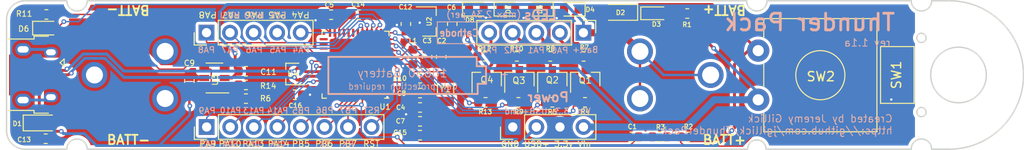
<source format=kicad_pcb>
(kicad_pcb (version 20171130) (host pcbnew "(5.1.5-0-10_14)")
  (layers (0 F.Cu signal) (31 B.Cu signal) (34 B.Paste user) (35 F.Paste user) (36 B.SilkS user) (37 F.SilkS user) (38 B.Mask user) (39 F.Mask user) (44 Edge.Cuts user))
  (net 0 "")
  (net 1 /BUTTON)
  (net 2 GND)
  (net 3 +3V3)
  (net 4 +BATT)
  (net 5 /VIN)
  (net 6 /VUSB)
  (net 7 "Net-(D3-Pad2)")
  (net 8 "Net-(D4-Pad1)")
  (net 9 "Net-(D5-Pad1)")
  (net 10 "Net-(D6-Pad1)")
  (net 11 "Net-(D7-Pad1)")
  (net 12 "Net-(D8-Pad1)")
  (net 13 /RESET)
  (net 14 /PB7)
  (net 15 /PB6)
  (net 16 /PA10)
  (net 17 /PA9)
  (net 18 /PA8)
  (net 19 /PA7)
  (net 20 /PA6)
  (net 21 /PA5)
  (net 22 /PA4)
  (net 23 /USB_D-)
  (net 24 /USB_D+)
  (net 25 "Net-(J6-Pad2)")
  (net 26 "Net-(J6-Pad3)")
  (net 27 "Net-(J6-Pad4)")
  (net 28 "Net-(J6-Pad5)")
  (net 29 /LED1)
  (net 30 /LED2)
  (net 31 /LED3)
  (net 32 /LED4)
  (net 33 "Net-(R2-Pad1)")
  (net 34 "Net-(R6-Pad1)")
  (net 35 "Net-(R11-Pad1)")
  (net 36 "Net-(D1-Pad2)")
  (net 37 /PB5)
  (net 38 "Net-(R14-Pad1)")
  (net 39 /PA13)
  (net 40 /PA14)
  (net 41 /VDDA)
  (net 42 /XTAL1)
  (net 43 /XTAL2)
  (net 44 "Net-(C14-Pad1)")
  (module Package_DFN_QFN:QFN-48-1EP_7x7mm_P0.5mm_EP5.6x5.6mm (layer F.Cu) (at 95.73 98.895 180)
    (fp_text reference U1 (at -3.19 -4.54) (layer F.SilkS) (effects (font (size 0.6 0.6) (thickness 0.1))))
    (fp_text value STM32F412CGUx)
    (pad 48 smd roundrect (at -2.75 -3.4375 180) (size 0.25 0.875) (layers F.Cu F.Paste F.Mask) (net 3 +3V3))
    (pad 47 smd roundrect (at -2.25 -3.4375 180) (size 0.25 0.875) (layers F.Cu F.Paste F.Mask) (net 2 GND))
    (pad 46 smd roundrect (at -1.75 -3.4375 180) (size 0.25 0.875) (layers F.Cu F.Paste F.Mask))
    (pad 45 smd roundrect (at -1.25 -3.4375 180) (size 0.25 0.875) (layers F.Cu F.Paste F.Mask))
    (pad 44 smd roundrect (at -0.75 -3.4375 180) (size 0.25 0.875) (layers F.Cu F.Paste F.Mask) (net 1 /BUTTON))
    (pad 43 smd roundrect (at -0.25 -3.4375 180) (size 0.25 0.875) (layers F.Cu F.Paste F.Mask) (net 14 /PB7))
    (pad 42 smd roundrect (at 0.25 -3.4375 180) (size 0.25 0.875) (layers F.Cu F.Paste F.Mask) (net 15 /PB6))
    (pad 41 smd roundrect (at 0.75 -3.4375 180) (size 0.25 0.875) (layers F.Cu F.Paste F.Mask) (net 37 /PB5))
    (pad 40 smd roundrect (at 1.25 -3.4375 180) (size 0.25 0.875) (layers F.Cu F.Paste F.Mask) (net 1 /BUTTON))
    (pad 39 smd roundrect (at 1.75 -3.4375 180) (size 0.25 0.875) (layers F.Cu F.Paste F.Mask))
    (pad 38 smd roundrect (at 2.25 -3.4375 180) (size 0.25 0.875) (layers F.Cu F.Paste F.Mask))
    (pad 37 smd roundrect (at 2.75 -3.4375 180) (size 0.25 0.875) (layers F.Cu F.Paste F.Mask) (net 40 /PA14))
    (pad 36 smd roundrect (at 3.4375 -2.75 180) (size 0.875 0.25) (layers F.Cu F.Paste F.Mask) (net 3 +3V3))
    (pad 35 smd roundrect (at 3.4375 -2.25 180) (size 0.875 0.25) (layers F.Cu F.Paste F.Mask) (net 2 GND))
    (pad 34 smd roundrect (at 3.4375 -1.75 180) (size 0.875 0.25) (layers F.Cu F.Paste F.Mask) (net 39 /PA13))
    (pad 33 smd roundrect (at 3.4375 -1.25 180) (size 0.875 0.25) (layers F.Cu F.Paste F.Mask) (net 24 /USB_D+))
    (pad 32 smd roundrect (at 3.4375 -0.75 180) (size 0.875 0.25) (layers F.Cu F.Paste F.Mask) (net 23 /USB_D-))
    (pad 31 smd roundrect (at 3.4375 -0.25 180) (size 0.875 0.25) (layers F.Cu F.Paste F.Mask) (net 16 /PA10))
    (pad 30 smd roundrect (at 3.4375 0.25 180) (size 0.875 0.25) (layers F.Cu F.Paste F.Mask) (net 17 /PA9))
    (pad 29 smd roundrect (at 3.4375 0.75 180) (size 0.875 0.25) (layers F.Cu F.Paste F.Mask) (net 18 /PA8))
    (pad 28 smd roundrect (at 3.4375 1.25 180) (size 0.875 0.25) (layers F.Cu F.Paste F.Mask))
    (pad 27 smd roundrect (at 3.4375 1.75 180) (size 0.875 0.25) (layers F.Cu F.Paste F.Mask))
    (pad 26 smd roundrect (at 3.4375 2.25 180) (size 0.875 0.25) (layers F.Cu F.Paste F.Mask))
    (pad 25 smd roundrect (at 3.4375 2.75 180) (size 0.875 0.25) (layers F.Cu F.Paste F.Mask))
    (pad 24 smd roundrect (at 2.75 3.4375 180) (size 0.25 0.875) (layers F.Cu F.Paste F.Mask) (net 3 +3V3))
    (pad 23 smd roundrect (at 2.25 3.4375 180) (size 0.25 0.875) (layers F.Cu F.Paste F.Mask) (net 2 GND))
    (pad 22 smd roundrect (at 1.75 3.4375 180) (size 0.25 0.875) (layers F.Cu F.Paste F.Mask) (net 44 "Net-(C14-Pad1)"))
    (pad 21 smd roundrect (at 1.25 3.4375 180) (size 0.25 0.875) (layers F.Cu F.Paste F.Mask))
    (pad 20 smd roundrect (at 0.75 3.4375 180) (size 0.25 0.875) (layers F.Cu F.Paste F.Mask))
    (pad 19 smd roundrect (at 0.25 3.4375 180) (size 0.25 0.875) (layers F.Cu F.Paste F.Mask))
    (pad 18 smd roundrect (at -0.25 3.4375 180) (size 0.25 0.875) (layers F.Cu F.Paste F.Mask))
    (pad 17 smd roundrect (at -0.75 3.4375 180) (size 0.25 0.875) (layers F.Cu F.Paste F.Mask) (net 19 /PA7))
    (pad 16 smd roundrect (at -1.25 3.4375 180) (size 0.25 0.875) (layers F.Cu F.Paste F.Mask) (net 20 /PA6))
    (pad 15 smd roundrect (at -1.75 3.4375 180) (size 0.25 0.875) (layers F.Cu F.Paste F.Mask) (net 21 /PA5))
    (pad 14 smd roundrect (at -2.25 3.4375 180) (size 0.25 0.875) (layers F.Cu F.Paste F.Mask) (net 22 /PA4))
    (pad 13 smd roundrect (at -2.75 3.4375 180) (size 0.25 0.875) (layers F.Cu F.Paste F.Mask) (net 32 /LED4))
    (pad 12 smd roundrect (at -3.4375 2.75 180) (size 0.875 0.25) (layers F.Cu F.Paste F.Mask) (net 31 /LED3))
    (pad 11 smd roundrect (at -3.4375 2.25 180) (size 0.875 0.25) (layers F.Cu F.Paste F.Mask) (net 30 /LED2))
    (pad 10 smd roundrect (at -3.4375 1.75 180) (size 0.875 0.25) (layers F.Cu F.Paste F.Mask) (net 29 /LED1))
    (pad 9 smd roundrect (at -3.4375 1.25 180) (size 0.875 0.25) (layers F.Cu F.Paste F.Mask) (net 41 /VDDA))
    (pad 8 smd roundrect (at -3.4375 0.75 180) (size 0.875 0.25) (layers F.Cu F.Paste F.Mask) (net 2 GND))
    (pad 7 smd roundrect (at -3.4375 0.25 180) (size 0.875 0.25) (layers F.Cu F.Paste F.Mask) (net 13 /RESET))
    (pad 6 smd roundrect (at -3.4375 -0.25 180) (size 0.875 0.25) (layers F.Cu F.Paste F.Mask))
    (pad 5 smd roundrect (at -3.4375 -0.75 180) (size 0.875 0.25) (layers F.Cu F.Paste F.Mask))
    (pad 4 smd roundrect (at -3.4375 -1.25 180) (size 0.875 0.25) (layers F.Cu F.Paste F.Mask) (net 43 /XTAL2))
    (pad 3 smd roundrect (at -3.4375 -1.75 180) (size 0.875 0.25) (layers F.Cu F.Paste F.Mask) (net 42 /XTAL1))
    (pad 2 smd roundrect (at -3.4375 -2.25 180) (size 0.875 0.25) (layers F.Cu F.Paste F.Mask))
    (pad 1 smd roundrect (at -3.4375 -2.75 180) (size 0.875 0.25) (layers F.Cu F.Paste F.Mask) (net 3 +3V3))
    (pad 49 smd roundrect (at 0 0 180) (size 5.6 5.6) (layers F.Cu F.Mask) (roundrect_rratio 0.044643) (net 2 GND))
  )
  (module Resistor_SMD:R_0603_1608Metric (layer F.Cu) (at 83.915 102.55)
    (fp_text reference R6 (at 2.11 -0.015) (layer F.SilkS) (effects (font (size 0.6 0.6) (thickness 0.1))))
    (fp_text value 675)
    (pad 2 smd roundrect (at 0.7875 0) (size 0.875 0.95) (layers F.Cu F.Paste F.Mask) (net 2 GND))
    (pad 1 smd roundrect (at -0.7875 0) (size 0.875 0.95) (layers F.Cu F.Paste F.Mask) (net 34 "Net-(R6-Pad1)"))
  )
  (module BatteryClips:Keystone54_18650_PTC (layer F.Cu) (at 100.8 100)
    (fp_text reference J2 hide)
    (fp_text value Battery hide)
    (fp_text user "Cell protection required" (at 0.05 1.225) (layer B.SilkS) (effects (font (size 0.7 0.65) (thickness 0.08)) (justify mirror)))
    (fp_text user - (at -10 -0.1016) (layer B.SilkS) (effects (font (size 0.7 0.7) (thickness 0.1)) (justify mirror)))
    (fp_text user + (at 11 -0.1016) (layer B.SilkS) (effects (font (size 0.7 0.7) (thickness 0.1)) (justify mirror)))
    (fp_text user "18650 Battery" (at 0 -0.2) (layer B.SilkS) (effects (font (size 0.9 0.9) (thickness 0.1)) (justify mirror)))
    (pad 2 thru_hole circle (at -25.6 -2.54) (size 2.8 2.8) (drill 1.83) (layers *.Cu *.Mask) (net 2 GND))
    (pad 2 thru_hole circle (at -25.6 2.54) (size 2.8 2.8) (drill 1.83) (layers *.Cu *.Mask) (net 2 GND))
    (pad 1 thru_hole circle (at 25.6 -2.54) (size 2.8 2.8) (drill 1.83) (layers *.Cu *.Mask) (net 4 +BATT))
    (pad 1 thru_hole circle (at 25.6 2.54) (size 2.8 2.8) (drill 1.83) (layers *.Cu *.Mask) (net 4 +BATT))
    (pad 1 thru_hole circle (at 33.22 0) (size 2.8 2.8) (drill 1.83) (layers *.Cu *.Mask) (net 4 +BATT))
    (pad 2 thru_hole circle (at -33.22 0) (size 2.8 2.8) (drill 1.83) (layers *.Cu *.Mask) (net 2 GND))
  )
  (module Capacitor_SMD:C_0603_1608Metric (layer F.Cu) (at 89.18 102.135 180)
    (fp_text reference C16 (at -0.06 -1.17) (layer F.SilkS) (effects (font (size 0.5 0.5) (thickness 0.1))))
    (fp_text value 100nf)
    (pad 2 smd roundrect (at 0.7875 0 180) (size 0.875 0.95) (layers F.Cu F.Paste F.Mask) (net 2 GND))
    (pad 1 smd roundrect (at -0.7875 0 180) (size 0.875 0.95) (layers F.Cu F.Paste F.Mask) (net 3 +3V3))
  )
  (module Capacitor_SMD:C_0603_1608Metric (layer F.Cu) (at 102.69 106.495)
    (fp_text reference C15 (at -2.15 -0.29) (layer F.SilkS) (effects (font (size 0.5 0.5) (thickness 0.1))))
    (fp_text value 100nf)
    (pad 2 smd roundrect (at 0.7875 0) (size 0.875 0.95) (layers F.Cu F.Paste F.Mask) (net 2 GND))
    (pad 1 smd roundrect (at -0.7875 0) (size 0.875 0.95) (layers F.Cu F.Paste F.Mask) (net 3 +3V3))
  )
  (module Capacitor_SMD:C_0603_1608Metric (layer F.Cu) (at 96.09 93.505)
    (fp_text reference C14 (at -0.08 -1.12) (layer F.SilkS) (effects (font (size 0.5 0.5) (thickness 0.1))))
    (fp_text value 4.7uF)
    (pad 2 smd roundrect (at 0.7875 0) (size 0.875 0.95) (layers F.Cu F.Paste F.Mask) (net 2 GND))
    (pad 1 smd roundrect (at -0.7875 0) (size 0.875 0.95) (layers F.Cu F.Paste F.Mask) (net 44 "Net-(C14-Pad1)"))
  )
  (module Symbol:OSHW-Symbol_6.7x6mm_Copper (layer B.Cu) (at 146.55 99.975 180)
    (fp_text reference REF** hide)
    (fp_text value OSHW-Symbol_6.7x6mm_Copper hide)
  )
  (module Package_TO_SOT_SMD:SOT-23-6 (layer F.Cu) (at 80.515 100.325 180)
    (fp_text reference U3 (at -0.075 -0.225 90) (layer F.SilkS) (effects (font (size 0.6 0.6) (thickness 0.1))))
    (fp_text value BQ21040)
    (pad 5 smd rect (at 1.1 0 180) (size 1.06 0.65) (layers F.Cu F.Paste F.Mask) (net 2 GND))
    (pad 6 smd rect (at 1.1 -0.95 180) (size 1.06 0.65) (layers F.Cu F.Paste F.Mask) (net 6 /VUSB))
    (pad 4 smd rect (at 1.1 0.95 180) (size 1.06 0.65) (layers F.Cu F.Paste F.Mask) (net 34 "Net-(R6-Pad1)"))
    (pad 3 smd rect (at -1.1 0.95 180) (size 1.06 0.65) (layers F.Cu F.Paste F.Mask) (net 35 "Net-(R11-Pad1)"))
    (pad 2 smd rect (at -1.1 0 180) (size 1.06 0.65) (layers F.Cu F.Paste F.Mask) (net 4 +BATT))
    (pad 1 smd rect (at -1.1 -0.95 180) (size 1.06 0.65) (layers F.Cu F.Paste F.Mask) (net 38 "Net-(R14-Pad1)"))
  )
  (module LED_SMD:LED_0603_1608Metric (layer F.Cu) (at 62.4 94.95)
    (fp_text reference D6 (at -2.45 0.075) (layer F.SilkS) (effects (font (size 0.6 0.6) (thickness 0.1))))
    (fp_text value LED)
    (pad 2 smd roundrect (at 0.7875 0) (size 0.875 0.95) (layers F.Cu F.Paste F.Mask) (net 4 +BATT))
    (pad 1 smd roundrect (at -0.7875 0) (size 0.875 0.95) (layers F.Cu F.Paste F.Mask) (net 10 "Net-(D6-Pad1)"))
  )
  (module Resistor_SMD:R_0603_1608Metric (layer F.Cu) (at 83.915 101.075)
    (fp_text reference R14 (at 2.4 0.1) (layer F.SilkS) (effects (font (size 0.6 0.6) (thickness 0.1))))
    (fp_text value 10k)
    (pad 2 smd roundrect (at 0.7875 0) (size 0.875 0.95) (layers F.Cu F.Paste F.Mask) (net 2 GND))
    (pad 1 smd roundrect (at -0.7875 0) (size 0.875 0.95) (layers F.Cu F.Paste F.Mask) (net 38 "Net-(R14-Pad1)"))
  )
  (module Resistor_SMD:R_0603_1608Metric (layer F.Cu) (at 62.4 93.475 180)
    (fp_text reference R11 (at 2.4 0.075) (layer F.SilkS) (effects (font (size 0.6 0.6) (thickness 0.1))))
    (fp_text value 330)
    (pad 2 smd roundrect (at 0.7875 0 180) (size 0.875 0.95) (layers F.Cu F.Paste F.Mask) (net 10 "Net-(D6-Pad1)"))
    (pad 1 smd roundrect (at -0.7875 0 180) (size 0.875 0.95) (layers F.Cu F.Paste F.Mask) (net 35 "Net-(R11-Pad1)"))
  )
  (module Capacitor_SMD:C_0603_1608Metric (layer F.Cu) (at 83.915 99.6)
    (fp_text reference C11 (at 2.425 0.075) (layer F.SilkS) (effects (font (size 0.6 0.6) (thickness 0.1))))
    (fp_text value 1uf)
    (pad 2 smd roundrect (at 0.7875 0) (size 0.875 0.95) (layers F.Cu F.Paste F.Mask) (net 2 GND))
    (pad 1 smd roundrect (at -0.7875 0) (size 0.875 0.95) (layers F.Cu F.Paste F.Mask) (net 4 +BATT))
  )
  (module Capacitor_SMD:C_0603_1608Metric (layer F.Cu) (at 77.815 100.65 90)
    (fp_text reference C9 (at 1.925 0 180) (layer F.SilkS) (effects (font (size 0.6 0.6) (thickness 0.1))))
    (fp_text value 1uF)
    (pad 1 smd roundrect (at -0.7875 0 90) (size 0.875 0.95) (layers F.Cu F.Paste F.Mask) (net 6 /VUSB))
    (pad 2 smd roundrect (at 0.7875 0 90) (size 0.875 0.95) (layers F.Cu F.Paste F.Mask) (net 2 GND))
  )
  (module Package_TO_SOT_SMD:SOT-323_SC-70 (layer F.Cu) (at 88.94 99.895 180)
    (fp_text reference U4 (at -0.04 0) (layer F.SilkS) (effects (font (size 0.6 0.6) (thickness 0.1))))
    (fp_text value ESD7002WTT1G)
    (pad 1 smd rect (at -1 -0.65 90) (size 0.45 0.7) (layers F.Cu F.Paste F.Mask) (net 24 /USB_D+))
    (pad 2 smd rect (at -1 0.65 90) (size 0.45 0.7) (layers F.Cu F.Paste F.Mask) (net 23 /USB_D-))
    (pad 3 smd rect (at 1 0 90) (size 0.45 0.7) (layers F.Cu F.Paste F.Mask) (net 2 GND))
  )
  (module Capacitor_SMD:C_0603_1608Metric (layer F.Cu) (at 62.325 106.875 180)
    (fp_text reference C13 (at 2.325 -0.1) (layer F.SilkS) (effects (font (size 0.5 0.5) (thickness 0.1))))
    (fp_text value 1uf)
    (pad 2 smd roundrect (at 0.7875 0 180) (size 0.875 0.95) (layers F.Cu F.Paste F.Mask) (net 6 /VUSB))
    (pad 1 smd roundrect (at -0.7875 0 180) (size 0.875 0.95) (layers F.Cu F.Paste F.Mask) (net 2 GND))
  )
  (module Capacitor_SMD:C_0603_1608Metric (layer F.Cu) (at 101.16 94.505 90)
    (fp_text reference C12 (at 1.83 -0.04 180) (layer F.SilkS) (effects (font (size 0.5 0.5) (thickness 0.1))))
    (fp_text value 2.2uF)
    (pad 2 smd roundrect (at 0.7875 0 90) (size 0.875 0.95) (layers F.Cu F.Paste F.Mask) (net 2 GND))
    (pad 1 smd roundrect (at -0.7875 0 90) (size 0.875 0.95) (layers F.Cu F.Paste F.Mask) (net 3 +3V3))
  )
  (module Capacitor_SMD:C_0603_1608Metric (layer F.Cu) (at 106.16 94.505 270)
    (fp_text reference C6 (at -1.79 0.09 180) (layer F.SilkS) (effects (font (size 0.5 0.5) (thickness 0.1))))
    (fp_text value 1uf)
    (pad 2 smd roundrect (at 0.7875 0 270) (size 0.875 0.95) (layers F.Cu F.Paste F.Mask) (net 2 GND))
    (pad 1 smd roundrect (at -0.7875 0 270) (size 0.875 0.95) (layers F.Cu F.Paste F.Mask) (net 5 /VIN))
  )
  (module Connector_PinHeader_2.54mm:PinHeader_1x08_P2.54mm_Vertical (layer F.Cu) (at 79.68 105.61 90)
    (fp_text reference J7 hide)
    (fp_text value GPIO)
    (pad 8 thru_hole oval (at 0 17.78 90) (size 1.7 1.7) (drill 1) (layers *.Cu *.Mask) (net 13 /RESET))
    (pad 7 thru_hole oval (at 0 15.24 90) (size 1.7 1.7) (drill 1) (layers *.Cu *.Mask) (net 14 /PB7))
    (pad 6 thru_hole oval (at 0 12.7 90) (size 1.7 1.7) (drill 1) (layers *.Cu *.Mask) (net 15 /PB6))
    (pad 5 thru_hole oval (at 0 10.16 90) (size 1.7 1.7) (drill 1) (layers *.Cu *.Mask) (net 37 /PB5))
    (pad 4 thru_hole oval (at 0 7.62 90) (size 1.7 1.7) (drill 1) (layers *.Cu *.Mask) (net 40 /PA14))
    (pad 3 thru_hole oval (at 0 5.08 90) (size 1.7 1.7) (drill 1) (layers *.Cu *.Mask) (net 39 /PA13))
    (pad 2 thru_hole oval (at 0 2.54 90) (size 1.7 1.7) (drill 1) (layers *.Cu *.Mask) (net 16 /PA10))
    (pad 1 thru_hole rect (at 0 0 90) (size 1.7 1.7) (drill 1) (layers *.Cu *.Mask) (net 17 /PA9))
  )
  (module Connector_PinHeader_2.54mm:PinHeader_1x04_P2.54mm_Vertical (layer F.Cu) (at 112.69 105.61 90)
    (fp_text reference J5 hide)
    (fp_text value Power)
    (pad 1 thru_hole rect (at 0 0 90) (size 1.7 1.7) (drill 1) (layers *.Cu *.Mask) (net 2 GND))
    (pad 2 thru_hole oval (at 0 2.54 90) (size 1.7 1.7) (drill 1) (layers *.Cu *.Mask) (net 6 /VUSB))
    (pad 3 thru_hole oval (at 0 5.08 90) (size 1.7 1.7) (drill 1) (layers *.Cu *.Mask) (net 3 +3V3))
    (pad 4 thru_hole oval (at 0 7.62 90) (size 1.7 1.7) (drill 1) (layers *.Cu *.Mask) (net 5 /VIN))
  )
  (module Capacitor_SMD:C_0603_1608Metric (layer F.Cu) (at 102.69 103.505)
    (fp_text reference C4 (at -2.09 0) (layer F.SilkS) (effects (font (size 0.5 0.5) (thickness 0.1))))
    (fp_text value 100nf)
    (pad 1 smd roundrect (at -0.7875 0) (size 0.875 0.95) (layers F.Cu F.Paste F.Mask) (net 3 +3V3))
    (pad 2 smd roundrect (at 0.7875 0) (size 0.875 0.95) (layers F.Cu F.Paste F.Mask) (net 2 GND))
  )
  (module Capacitor_SMD:C_0603_1608Metric (layer F.Cu) (at 102.69 105)
    (fp_text reference C7 (at -2.12 -0.025 180) (layer F.SilkS) (effects (font (size 0.5 0.5) (thickness 0.1))))
    (fp_text value 4.7uF)
    (pad 2 smd roundrect (at 0.7875 0) (size 0.875 0.95) (layers F.Cu F.Paste F.Mask) (net 2 GND))
    (pad 1 smd roundrect (at -0.7875 0) (size 0.875 0.95) (layers F.Cu F.Paste F.Mask) (net 3 +3V3))
  )
  (module Package_TO_SOT_SMD:SOT-23 (layer F.Cu) (at 103.67 94.235)
    (fp_text reference U2 (at 0 0 90) (layer F.SilkS) (effects (font (size 0.5 0.5) (thickness 0.1))))
    (fp_text value AP2210N-3.3TRG1)
    (pad 1 smd rect (at -1 -0.95) (size 0.9 0.8) (layers F.Cu F.Paste F.Mask) (net 2 GND))
    (pad 2 smd rect (at -1 0.95) (size 0.9 0.8) (layers F.Cu F.Paste F.Mask) (net 3 +3V3))
    (pad 3 smd rect (at 1 0) (size 0.9 0.8) (layers F.Cu F.Paste F.Mask) (net 5 /VIN))
  )
  (module Jeremy:USB_Micro-B_Amphenol_10103594-0001LF_Horizontal (layer F.Cu) (at 61 100 270)
    (fp_text reference J4 hide)
    (fp_text value USB_B_Micro)
    (pad 6 smd rect (at 0 1.385) (size 2.5 4.4) (layers F.Cu F.Paste F.Mask) (net 2 GND))
    (pad 6 thru_hole oval (at 2.705 1.115) (size 1.7 1.35) (drill oval 1.2 0.7) (layers *.Cu *.Mask) (net 2 GND))
    (pad 6 thru_hole oval (at -2.755 1.115) (size 1.7 1.35) (drill oval 1.2 0.7) (layers *.Cu *.Mask) (net 2 GND))
    (pad 6 thru_hole oval (at 2.395 -1.885) (size 1.5 1.1) (drill oval 1.05 0.65) (layers *.Cu *.Mask) (net 2 GND))
    (pad 6 thru_hole oval (at -2.445 -1.885) (size 1.5 1.1) (drill oval 1.05 0.65) (layers *.Cu *.Mask) (net 2 GND))
    (pad 5 smd rect (at 1.275 -1.765) (size 1.65 0.4) (layers F.Cu F.Paste F.Mask) (net 2 GND))
    (pad 4 smd rect (at 0.625 -1.765) (size 1.65 0.4) (layers F.Cu F.Paste F.Mask))
    (pad 3 smd rect (at -0.025 -1.765) (size 1.65 0.4) (layers F.Cu F.Paste F.Mask) (net 24 /USB_D+))
    (pad 2 smd rect (at -0.675 -1.765) (size 1.65 0.4) (layers F.Cu F.Paste F.Mask) (net 23 /USB_D-))
    (pad 1 smd rect (at -1.325 -1.765) (size 1.65 0.4) (layers F.Cu F.Paste F.Mask) (net 36 "Net-(D1-Pad2)"))
    (pad 6 smd rect (at 2.875 -1.885 270) (size 2 1.5) (layers F.Cu F.Paste F.Mask) (net 2 GND))
    (pad 6 smd rect (at -2.875 -1.865 270) (size 2 1.5) (layers F.Cu F.Paste F.Mask) (net 2 GND))
  )
  (module Button_Switch_THT:SW_CW_GPTS203211B (layer F.Cu) (at 139.15 97.375)
    (fp_text reference SW2 (at 6.75 2.8) (layer F.SilkS))
    (fp_text value Power)
    (pad 2 thru_hole circle (at 0 5.3) (size 2.4 2.4) (drill 1.2) (layers *.Cu *.Mask) (net 5 /VIN))
    (pad 1 thru_hole circle (at 0 0) (size 2.4 2.4) (drill 1.2) (layers *.Cu *.Mask) (net 6 /VUSB))
  )
  (module Button_Switch_SMD:SW_SPST_FSMSM (layer F.Cu) (at 154.15 100 90)
    (fp_text reference SW1 (at 0 -0.1 90) (layer F.SilkS))
    (fp_text value Mode)
    (pad 2 smd rect (at 4.59 0 90) (size 2.18 1.6) (layers F.Cu F.Paste F.Mask) (net 33 "Net-(R2-Pad1)"))
    (pad 1 smd rect (at -4.59 0 90) (size 2.18 1.6) (layers F.Cu F.Paste F.Mask) (net 3 +3V3))
  )
  (module Diode_SMD:D_SOD-323_HandSoldering (layer F.Cu) (at 61.8 105.175)
    (fp_text reference D1 (at -2.55 0.075) (layer F.SilkS) (effects (font (size 0.5 0.5) (thickness 0.1))))
    (fp_text value 20V2A)
    (pad 2 smd rect (at 1.25 0) (size 1 1) (layers F.Cu F.Paste F.Mask) (net 36 "Net-(D1-Pad2)"))
    (pad 1 smd rect (at -1.25 0) (size 1 1) (layers F.Cu F.Paste F.Mask) (net 6 /VUSB))
  )
  (module Diode_SMD:D_SOD-323_HandSoldering (layer F.Cu) (at 124.25 93.25 180)
    (fp_text reference D2 (at -0.05 -0.025) (layer F.SilkS) (effects (font (size 0.5 0.5) (thickness 0.1))))
    (fp_text value 20V2A)
    (pad 1 smd rect (at -1.25 0 180) (size 1 1) (layers F.Cu F.Paste F.Mask) (net 6 /VUSB))
    (pad 2 smd rect (at 1.25 0 180) (size 1 1) (layers F.Cu F.Paste F.Mask) (net 4 +BATT))
  )
  (module LED_SMD:LED_0603_1608Metric (layer F.Cu) (at 108.76 92.915)
    (fp_text reference D8 (at -0.71 1.16) (layer F.SilkS) (effects (font (size 0.5 0.5) (thickness 0.1))))
    (fp_text value LED)
    (pad 1 smd roundrect (at -0.7875 0) (size 0.875 0.95) (layers F.Cu F.Paste F.Mask) (net 12 "Net-(D8-Pad1)"))
    (pad 2 smd roundrect (at 0.7875 0) (size 0.875 0.95) (layers F.Cu F.Paste F.Mask) (net 3 +3V3))
  )
  (module LED_SMD:LED_0603_1608Metric (layer F.Cu) (at 112.16 92.915)
    (fp_text reference D7 (at 0.04 0.01 90) (layer F.SilkS) (effects (font (size 0.5 0.5) (thickness 0.1))))
    (fp_text value LED)
    (pad 2 smd roundrect (at 0.7875 0) (size 0.875 0.95) (layers F.Cu F.Paste F.Mask) (net 3 +3V3))
    (pad 1 smd roundrect (at -0.7875 0) (size 0.875 0.95) (layers F.Cu F.Paste F.Mask) (net 11 "Net-(D7-Pad1)"))
  )
  (module LED_SMD:LED_0603_1608Metric (layer F.Cu) (at 115.56 92.915 180)
    (fp_text reference D5 (at -0.04 -0.01 90) (layer F.SilkS) (effects (font (size 0.5 0.5) (thickness 0.1))))
    (fp_text value LED)
    (pad 1 smd roundrect (at -0.7875 0 180) (size 0.875 0.95) (layers F.Cu F.Paste F.Mask) (net 9 "Net-(D5-Pad1)"))
    (pad 2 smd roundrect (at 0.7875 0 180) (size 0.875 0.95) (layers F.Cu F.Paste F.Mask) (net 3 +3V3))
  )
  (module LED_SMD:LED_0603_1608Metric (layer F.Cu) (at 119 92.915 180)
    (fp_text reference D4 (at -2.025 -0.035) (layer F.SilkS) (effects (font (size 0.5 0.5) (thickness 0.1))))
    (fp_text value LED)
    (pad 1 smd roundrect (at -0.7875 0 180) (size 0.875 0.95) (layers F.Cu F.Paste F.Mask) (net 8 "Net-(D4-Pad1)"))
    (pad 2 smd roundrect (at 0.7875 0 180) (size 0.875 0.95) (layers F.Cu F.Paste F.Mask) (net 3 +3V3))
  )
  (module Inductor_SMD:L_0603_1608Metric (layer F.Cu) (at 101.92 98.05 270)
    (fp_text reference L1 (at -1.74 0) (layer F.SilkS) (effects (font (size 0.5 0.5) (thickness 0.1))))
    (fp_text value Bead)
    (pad 1 smd roundrect (at -0.7875 0 270) (size 0.875 0.95) (layers F.Cu F.Paste F.Mask) (net 41 /VDDA))
    (pad 2 smd roundrect (at 0.7875 0 270) (size 0.875 0.95) (layers F.Cu F.Paste F.Mask) (net 3 +3V3))
  )
  (module Resistor_SMD:R_0603_1608Metric (layer F.Cu) (at 131.5 93.375)
    (fp_text reference R1 (at -0.025 1.2 180) (layer F.SilkS) (effects (font (size 0.5 0.5) (thickness 0.1))))
    (fp_text value 270)
    (pad 2 smd roundrect (at 0.7875 0) (size 0.875 0.95) (layers F.Cu F.Paste F.Mask) (net 5 /VIN))
    (pad 1 smd roundrect (at -0.7875 0) (size 0.875 0.95) (layers F.Cu F.Paste F.Mask) (net 7 "Net-(D3-Pad2)"))
  )
  (module Resistor_SMD:R_0603_1608Metric (layer F.Cu) (at 131.575 106.675)
    (fp_text reference R2 (at 0.05 -1.1) (layer F.SilkS) (effects (font (size 0.5 0.5) (thickness 0.1))))
    (fp_text value 20K)
    (pad 2 smd roundrect (at 0.7875 0) (size 0.875 0.95) (layers F.Cu F.Paste F.Mask) (net 2 GND))
    (pad 1 smd roundrect (at -0.7875 0) (size 0.875 0.95) (layers F.Cu F.Paste F.Mask) (net 33 "Net-(R2-Pad1)"))
  )
  (module Resistor_SMD:R_0603_1608Metric (layer F.Cu) (at 128.525 106.675 180)
    (fp_text reference R3 (at -0.1 1.05 180) (layer F.SilkS) (effects (font (size 0.5 0.5) (thickness 0.1))))
    (fp_text value 330)
    (pad 2 smd roundrect (at 0.7875 0 180) (size 0.875 0.95) (layers F.Cu F.Paste F.Mask) (net 1 /BUTTON))
    (pad 1 smd roundrect (at -0.7875 0 180) (size 0.875 0.95) (layers F.Cu F.Paste F.Mask) (net 33 "Net-(R2-Pad1)"))
  )
  (module Resistor_SMD:R_0603_1608Metric (layer F.Cu) (at 120.475 102.95)
    (fp_text reference R4 (at 0.025 1 180) (layer F.SilkS) (effects (font (size 0.5 0.5) (thickness 0.1))))
    (fp_text value 20k)
    (pad 2 smd roundrect (at 0.7875 0) (size 0.875 0.95) (layers F.Cu F.Paste F.Mask) (net 2 GND))
    (pad 1 smd roundrect (at -0.7875 0) (size 0.875 0.95) (layers F.Cu F.Paste F.Mask) (net 29 /LED1))
  )
  (module Resistor_SMD:R_0603_1608Metric (layer F.Cu) (at 116.95 102.95)
    (fp_text reference R5 (at 0 1.025 180) (layer F.SilkS) (effects (font (size 0.5 0.5) (thickness 0.1))))
    (fp_text value 20k)
    (pad 2 smd roundrect (at 0.7875 0) (size 0.875 0.95) (layers F.Cu F.Paste F.Mask) (net 2 GND))
    (pad 1 smd roundrect (at -0.7875 0) (size 0.875 0.95) (layers F.Cu F.Paste F.Mask) (net 30 /LED2))
  )
  (module Resistor_SMD:R_0603_1608Metric (layer F.Cu) (at 120.325 98 180)
    (fp_text reference R7 (at -0.075 0.975) (layer F.SilkS) (effects (font (size 0.5 0.5) (thickness 0.1))))
    (fp_text value 270)
    (pad 2 smd roundrect (at 0.7875 0 180) (size 0.875 0.95) (layers F.Cu F.Paste F.Mask) (net 25 "Net-(J6-Pad2)"))
    (pad 1 smd roundrect (at -0.7875 0 180) (size 0.875 0.95) (layers F.Cu F.Paste F.Mask) (net 8 "Net-(D4-Pad1)"))
  )
  (module Resistor_SMD:R_0603_1608Metric (layer F.Cu) (at 116.725 98 180)
    (fp_text reference R8 (at -0.025 0.825) (layer F.SilkS) (effects (font (size 0.5 0.5) (thickness 0.1))))
    (fp_text value 270)
    (pad 2 smd roundrect (at 0.7875 0 180) (size 0.875 0.95) (layers F.Cu F.Paste F.Mask) (net 26 "Net-(J6-Pad3)"))
    (pad 1 smd roundrect (at -0.7875 0 180) (size 0.875 0.95) (layers F.Cu F.Paste F.Mask) (net 9 "Net-(D5-Pad1)"))
  )
  (module Resistor_SMD:R_0603_1608Metric (layer F.Cu) (at 113.3 102.95)
    (fp_text reference R9 (at 0.05 1.025 180) (layer F.SilkS) (effects (font (size 0.5 0.5) (thickness 0.1))))
    (fp_text value 20k)
    (pad 2 smd roundrect (at 0.7875 0) (size 0.875 0.95) (layers F.Cu F.Paste F.Mask) (net 2 GND))
    (pad 1 smd roundrect (at -0.7875 0) (size 0.875 0.95) (layers F.Cu F.Paste F.Mask) (net 31 /LED3))
  )
  (module Resistor_SMD:R_0603_1608Metric (layer F.Cu) (at 113.125 98)
    (fp_text reference R10 (at -0.025 -0.825) (layer F.SilkS) (effects (font (size 0.5 0.5) (thickness 0.1))))
    (fp_text value 270)
    (pad 2 smd roundrect (at 0.7875 0) (size 0.875 0.95) (layers F.Cu F.Paste F.Mask) (net 27 "Net-(J6-Pad4)"))
    (pad 1 smd roundrect (at -0.7875 0) (size 0.875 0.95) (layers F.Cu F.Paste F.Mask) (net 11 "Net-(D7-Pad1)"))
  )
  (module Resistor_SMD:R_0603_1608Metric (layer F.Cu) (at 109.65 98)
    (fp_text reference R12 (at 0 -0.825 180) (layer F.SilkS) (effects (font (size 0.5 0.5) (thickness 0.1))))
    (fp_text value 270)
    (pad 2 smd roundrect (at 0.7875 0) (size 0.875 0.95) (layers F.Cu F.Paste F.Mask) (net 28 "Net-(J6-Pad5)"))
    (pad 1 smd roundrect (at -0.7875 0) (size 0.875 0.95) (layers F.Cu F.Paste F.Mask) (net 12 "Net-(D8-Pad1)"))
  )
  (module Resistor_SMD:R_0603_1608Metric (layer F.Cu) (at 109.75 102.95)
    (fp_text reference R13 (at -0.025 1.025 -180) (layer F.SilkS) (effects (font (size 0.5 0.5) (thickness 0.1))))
    (fp_text value 20k)
    (pad 2 smd roundrect (at 0.7875 0) (size 0.875 0.95) (layers F.Cu F.Paste F.Mask) (net 2 GND))
    (pad 1 smd roundrect (at -0.7875 0) (size 0.875 0.95) (layers F.Cu F.Paste F.Mask) (net 32 /LED4))
  )
  (module Capacitor_SMD:C_0603_1608Metric (layer F.Cu) (at 125.475 106.675 180)
    (fp_text reference C1 (at -0.1 1.1 180) (layer F.SilkS) (effects (font (size 0.5 0.5) (thickness 0.1))))
    (fp_text value 100nF)
    (pad 2 smd roundrect (at 0.7875 0 180) (size 0.875 0.95) (layers F.Cu F.Paste F.Mask) (net 2 GND))
    (pad 1 smd roundrect (at -0.7875 0 180) (size 0.875 0.95) (layers F.Cu F.Paste F.Mask) (net 1 /BUTTON))
  )
  (module Capacitor_SMD:C_0603_1608Metric (layer F.Cu) (at 104.97 98.05 270)
    (fp_text reference C2 (at -1.74 -0.05) (layer F.SilkS) (effects (font (size 0.5 0.5) (thickness 0.1))))
    (fp_text value 1uf)
    (pad 2 smd roundrect (at 0.7875 0 270) (size 0.875 0.95) (layers F.Cu F.Paste F.Mask) (net 2 GND))
    (pad 1 smd roundrect (at -0.7875 0 270) (size 0.875 0.95) (layers F.Cu F.Paste F.Mask) (net 41 /VDDA))
  )
  (module Capacitor_SMD:C_0603_1608Metric (layer F.Cu) (at 103.445 98.05 270)
    (fp_text reference C3 (at -1.74 0) (layer F.SilkS) (effects (font (size 0.5 0.5) (thickness 0.1))))
    (fp_text value 100nf)
    (pad 2 smd roundrect (at 0.7875 0 270) (size 0.875 0.95) (layers F.Cu F.Paste F.Mask) (net 2 GND))
    (pad 1 smd roundrect (at -0.7875 0 270) (size 0.875 0.95) (layers F.Cu F.Paste F.Mask) (net 41 /VDDA))
  )
  (module Capacitor_SMD:C_0603_1608Metric (layer F.Cu) (at 93.1 93.505)
    (fp_text reference C5 (at -0.2 -1.06 180) (layer F.SilkS) (effects (font (size 0.5 0.5) (thickness 0.1))))
    (fp_text value 100nf)
    (pad 2 smd roundrect (at 0.7875 0) (size 0.875 0.95) (layers F.Cu F.Paste F.Mask) (net 2 GND))
    (pad 1 smd roundrect (at -0.7875 0) (size 0.875 0.95) (layers F.Cu F.Paste F.Mask) (net 3 +3V3))
  )
  (module Capacitor_SMD:C_0603_1608Metric (layer F.Cu) (at 102.69 101.95)
    (fp_text reference C8 (at -2 0.035) (layer F.SilkS) (effects (font (size 0.5 0.5) (thickness 0.1))))
    (fp_text value 7pF)
    (pad 2 smd roundrect (at 0.7875 0) (size 0.875 0.95) (layers F.Cu F.Paste F.Mask) (net 2 GND))
    (pad 1 smd roundrect (at -0.7875 0) (size 0.875 0.95) (layers F.Cu F.Paste F.Mask) (net 42 /XTAL1))
  )
  (module Capacitor_SMD:C_0603_1608Metric (layer F.Cu) (at 102.69 100.35)
    (fp_text reference C10 (at -2.17 0.015 -180) (layer F.SilkS) (effects (font (size 0.5 0.5) (thickness 0.1))))
    (fp_text value 7pF)
    (pad 1 smd roundrect (at -0.7875 0) (size 0.875 0.95) (layers F.Cu F.Paste F.Mask) (net 43 /XTAL2))
    (pad 2 smd roundrect (at 0.7875 0) (size 0.875 0.95) (layers F.Cu F.Paste F.Mask) (net 2 GND))
  )
  (module Crystal:Crystal_SMD_3215-2Pin_3.2x1.5mm (layer F.Cu) (at 105.44 101.605 270)
    (fp_text reference Y1 (at -0.1 0.05 180) (layer F.SilkS) (effects (font (size 0.7 0.7) (thickness 0.1))))
    (fp_text value 32.768kHz)
    (pad 2 smd rect (at -1.25 0 270) (size 1 1.8) (layers F.Cu F.Paste F.Mask) (net 43 /XTAL2))
    (pad 1 smd rect (at 1.25 0 270) (size 1 1.8) (layers F.Cu F.Paste F.Mask) (net 42 /XTAL1))
  )
  (module Package_TO_SOT_SMD:SOT-23 (layer F.Cu) (at 120.5 100.47 90)
    (fp_text reference Q1 (at -0.1 0 180) (layer F.SilkS) (effects (font (size 0.7 0.7) (thickness 0.1))))
    (fp_text value BSS806N)
    (pad 3 smd rect (at 1 0 90) (size 0.9 0.8) (layers F.Cu F.Paste F.Mask) (net 25 "Net-(J6-Pad2)"))
    (pad 2 smd rect (at -1 0.95 90) (size 0.9 0.8) (layers F.Cu F.Paste F.Mask) (net 2 GND))
    (pad 1 smd rect (at -1 -0.95 90) (size 0.9 0.8) (layers F.Cu F.Paste F.Mask) (net 29 /LED1))
  )
  (module Package_TO_SOT_SMD:SOT-23 (layer F.Cu) (at 113.4 100.475 90)
    (fp_text reference Q3 (at -0.125 -0.05 180) (layer F.SilkS) (effects (font (size 0.7 0.7) (thickness 0.1))))
    (fp_text value BSS806N)
    (pad 3 smd rect (at 1 0 90) (size 0.9 0.8) (layers F.Cu F.Paste F.Mask) (net 27 "Net-(J6-Pad4)"))
    (pad 2 smd rect (at -1 0.95 90) (size 0.9 0.8) (layers F.Cu F.Paste F.Mask) (net 2 GND))
    (pad 1 smd rect (at -1 -0.95 90) (size 0.9 0.8) (layers F.Cu F.Paste F.Mask) (net 31 /LED3))
  )
  (module Package_TO_SOT_SMD:SOT-23 (layer F.Cu) (at 109.875 100.475 90)
    (fp_text reference Q4 (at -0.05 0.025) (layer F.SilkS) (effects (font (size 0.7 0.7) (thickness 0.1))))
    (fp_text value BSS806N)
    (pad 3 smd rect (at 1 0 90) (size 0.9 0.8) (layers F.Cu F.Paste F.Mask) (net 28 "Net-(J6-Pad5)"))
    (pad 2 smd rect (at -1 0.95 90) (size 0.9 0.8) (layers F.Cu F.Paste F.Mask) (net 2 GND))
    (pad 1 smd rect (at -1 -0.95 90) (size 0.9 0.8) (layers F.Cu F.Paste F.Mask) (net 32 /LED4))
  )
  (module LED_SMD:LED_0603_1608Metric_Castellated (layer F.Cu) (at 128.175 93.35)
    (fp_text reference D3 (at 0 1.175 180) (layer F.SilkS) (effects (font (size 0.5 0.5) (thickness 0.1))))
    (fp_text value LED)
    (pad 2 smd roundrect (at 0.8125 0) (size 1.225 0.85) (layers F.Cu F.Paste F.Mask) (net 7 "Net-(D3-Pad2)"))
    (pad 1 smd roundrect (at -0.8125 0) (size 1.225 0.85) (layers F.Cu F.Paste F.Mask) (net 2 GND))
  )
  (module Package_TO_SOT_SMD:SOT-23 (layer F.Cu) (at 116.95 100.475 90)
    (fp_text reference Q2 (at -0.075 0 180) (layer F.SilkS) (effects (font (size 0.7 0.7) (thickness 0.1))))
    (fp_text value BSS806N)
    (pad 1 smd rect (at -1 -0.95 90) (size 0.9 0.8) (layers F.Cu F.Paste F.Mask) (net 30 /LED2))
    (pad 2 smd rect (at -1 0.95 90) (size 0.9 0.8) (layers F.Cu F.Paste F.Mask) (net 2 GND))
    (pad 3 smd rect (at 1 0 90) (size 0.9 0.8) (layers F.Cu F.Paste F.Mask) (net 26 "Net-(J6-Pad3)"))
  )
  (module Connector_PinHeader_2.54mm:PinHeader_1x05_P2.54mm_Vertical (layer F.Cu) (at 120.3 95.45 270)
    (fp_text reference J6 hide)
    (fp_text value LEDs)
    (pad 1 thru_hole rect (at 0 0 270) (size 1.7 1.7) (drill 1) (layers *.Cu *.Mask) (net 4 +BATT))
    (pad 2 thru_hole oval (at 0 2.54 270) (size 1.7 1.7) (drill 1) (layers *.Cu *.Mask) (net 25 "Net-(J6-Pad2)"))
    (pad 3 thru_hole oval (at 0 5.08 270) (size 1.7 1.7) (drill 1) (layers *.Cu *.Mask) (net 26 "Net-(J6-Pad3)"))
    (pad 4 thru_hole oval (at 0 7.62 270) (size 1.7 1.7) (drill 1) (layers *.Cu *.Mask) (net 27 "Net-(J6-Pad4)"))
    (pad 5 thru_hole oval (at 0 10.16 270) (size 1.7 1.7) (drill 1) (layers *.Cu *.Mask) (net 28 "Net-(J6-Pad5)"))
  )
  (module Connector_PinHeader_2.54mm:PinHeader_1x05_P2.54mm_Vertical (layer F.Cu) (at 79.66 95.44 90)
    (fp_text reference J3 hide)
    (fp_text value GPIO)
    (pad 1 thru_hole rect (at 0 0 90) (size 1.7 1.7) (drill 1) (layers *.Cu *.Mask) (net 18 /PA8))
    (pad 2 thru_hole oval (at 0 2.54 90) (size 1.7 1.7) (drill 1) (layers *.Cu *.Mask) (net 19 /PA7))
    (pad 3 thru_hole oval (at 0 5.08 90) (size 1.7 1.7) (drill 1) (layers *.Cu *.Mask) (net 20 /PA6))
    (pad 4 thru_hole oval (at 0 7.62 90) (size 1.7 1.7) (drill 1) (layers *.Cu *.Mask) (net 21 /PA5))
    (pad 5 thru_hole oval (at 0 10.16 90) (size 1.7 1.7) (drill 1) (layers *.Cu *.Mask) (net 22 /PA4))
  )
  (gr_text CLK (at 87.35 107.425) (layer B.SilkS) (effects (font (size 0.6 0.6) (thickness 0.1)) (justify mirror)))
  (gr_text DIO (at 84.65 107.425) (layer B.SilkS) (effects (font (size 0.6 0.6) (thickness 0.1)) (justify mirror)))
  (gr_text SCL (at 79.725 107.45) (layer B.SilkS) (effects (font (size 0.65 0.65) (thickness 0.1)) (justify mirror)))
  (gr_text SDA (at 82.25 107.425) (layer B.SilkS) (effects (font (size 0.65 0.6) (thickness 0.1)) (justify mirror)))
  (gr_text MOSI (at 82.2 93.6) (layer B.SilkS) (effects (font (size 0.65 0.6) (thickness 0.1)) (justify mirror)))
  (gr_text MISO (at 84.8 93.6) (layer B.SilkS) (effects (font (size 0.65 0.6) (thickness 0.1)) (justify mirror)))
  (gr_text SCK (at 87.375 93.6) (layer B.SilkS) (effects (font (size 0.65 0.6) (thickness 0.1)) (justify mirror)))
  (gr_text TX (at 92.4 107.425) (layer B.SilkS) (effects (font (size 0.65 0.65) (thickness 0.1)) (justify mirror)))
  (gr_text RX (at 94.95 107.425) (layer B.SilkS) (effects (font (size 0.65 0.65) (thickness 0.1)) (justify mirror)))
  (gr_line (start 140 108) (end 155.65 108) (layer Edge.Cuts) (width 0.15))
  (gr_line (start 140.1 92) (end 155.65 92) (layer Edge.Cuts) (width 0.15))
  (gr_arc (start 139 92) (end 137.9 92) (angle -180) (layer Edge.Cuts) (width 0.15))
  (gr_arc (start 139 108) (end 140 108) (angle -180) (layer Edge.Cuts) (width 0.15))
  (gr_circle (center 156.75 104) (end 157.25 104) (layer Edge.Cuts) (width 0.15))
  (gr_circle (center 156.75 96) (end 157.25 96) (layer Edge.Cuts) (width 0.15))
  (gr_text BATT+ (at 135.5 93 180) (layer F.SilkS) (effects (font (size 1 1) (thickness 0.2))))
  (gr_text BATT+ (at 135.5 107) (layer F.SilkS) (effects (font (size 1 1) (thickness 0.2))))
  (gr_line (start 64.6 108) (end 60.1 108) (layer Edge.Cuts) (width 0.15))
  (gr_arc (start 65.7 108) (end 66.8 108) (angle -180) (layer Edge.Cuts) (width 0.15))
  (gr_line (start 64.6 92) (end 60.1 92) (layer Edge.Cuts) (width 0.15))
  (gr_arc (start 65.7 92) (end 64.6 92) (angle -180) (layer Edge.Cuts) (width 0.15))
  (gr_text RST (at 97.45 107.425) (layer F.SilkS) (effects (font (size 0.65 0.65) (thickness 0.1))))
  (gr_text PB7 (at 94.9 107.425) (layer F.SilkS) (effects (font (size 0.65 0.65) (thickness 0.1))))
  (gr_text PB6 (at 92.35 107.425) (layer F.SilkS) (effects (font (size 0.65 0.65) (thickness 0.1))))
  (gr_text PB5 (at 89.85 107.425) (layer F.SilkS) (effects (font (size 0.65 0.65) (thickness 0.1))))
  (gr_text PA14 (at 87.45 107.425) (layer F.SilkS) (effects (font (size 0.65 0.62) (thickness 0.1))))
  (gr_text PA13 (at 84.7 107.425) (layer F.SilkS) (effects (font (size 0.65 0.62) (thickness 0.1))))
  (gr_text PA10 (at 82.2 107.425) (layer F.SilkS) (effects (font (size 0.65 0.65) (thickness 0.1))))
  (gr_text Cathode (at 106.9 95.475) (layer B.SilkS) (effects (font (size 0.75 0.7)) (justify mirror)))
  (gr_line (start 104.55 94.275) (end 118.95 94.275) (layer B.SilkS) (width 0.1))
  (gr_line (start 104.55 96.625) (end 104.55 94.275) (layer B.SilkS) (width 0.1))
  (gr_line (start 118.95 96.625) (end 104.55 96.625) (layer B.SilkS) (width 0.1))
  (gr_line (start 118.95 94.275) (end 118.95 96.625) (layer B.SilkS) (width 0.1))
  (gr_text RST (at 97.45 103.825) (layer B.SilkS) (effects (font (size 0.65 0.65) (thickness 0.1)) (justify mirror)))
  (gr_text PB7 (at 94.95 103.825) (layer B.SilkS) (effects (font (size 0.65 0.65) (thickness 0.1)) (justify mirror)))
  (gr_text PB6 (at 92.4 103.825) (layer B.SilkS) (effects (font (size 0.65 0.65) (thickness 0.1)) (justify mirror)))
  (gr_text BATT- (at 71.2 93 180) (layer F.SilkS) (effects (font (size 1 1) (thickness 0.2))))
  (gr_text BATT- (at 71.25 107) (layer F.SilkS) (effects (font (size 1 1) (thickness 0.2))))
  (gr_text "rev 1.1a" (at 153.5 96.525) (layer B.SilkS) (effects (font (size 0.8 0.8) (thickness 0.1)) (justify left mirror)))
  (gr_text "GND USB+ 3.3v Vin" (at 111.35 107.45) (layer F.SilkS) (effects (font (size 0.62 0.65) (thickness 0.1)) (justify left)))
  (gr_text "PA4 PA5 PA6 PA7 PA8" (at 84.8 93.5 180) (layer F.SilkS) (effects (font (size 0.65 0.7) (thickness 0.1))))
  (gr_text PA9 (at 79.8 107.425) (layer F.SilkS) (effects (font (size 0.65 0.65) (thickness 0.1))))
  (gr_text "Created by Jeremy Gillick\nhttps://github.com/jgillick/ThunderPack" (at 153.7 105.35) (layer B.SilkS) (effects (font (size 0.8 0.8) (thickness 0.1)) (justify left mirror)))
  (gr_text "(max 2.3A per)" (at 109.55 93.475) (layer B.SilkS) (effects (font (size 0.7 0.7) (thickness 0.1)) (justify mirror)))
  (gr_line (start 157.85 92) (end 159.749999 91.999845) (layer Edge.Cuts) (width 0.15))
  (gr_line (start 157.85 108) (end 159.700001 107.999999) (layer Edge.Cuts) (width 0.15))
  (gr_arc (start 159.75 100) (end 159.700001 107.999999) (angle -180.358094) (layer Edge.Cuts) (width 0.15))
  (gr_circle (center 160.75 100) (end 163.75 100) (layer Edge.Cuts) (width 0.15))
  (gr_arc (start 156.75 108) (end 157.85 108) (angle -180) (layer Edge.Cuts) (width 0.15))
  (gr_arc (start 156.75 92) (end 155.65 92) (angle -180) (layer Edge.Cuts) (width 0.15))
  (gr_arc (start 60.1 106) (end 58.1 106) (angle -90) (layer Edge.Cuts) (width 0.15))
  (gr_arc (start 60.1 94) (end 60.1 92) (angle -90) (layer Edge.Cuts) (width 0.15))
  (gr_text PA4 (at 89.85 97.3) (layer B.SilkS) (effects (font (size 0.65 0.65) (thickness 0.1)) (justify mirror)))
  (gr_text PA5 (at 87.375 97.3) (layer B.SilkS) (effects (font (size 0.65 0.65) (thickness 0.1)) (justify mirror)))
  (gr_text PA6 (at 84.8 97.3) (layer B.SilkS) (effects (font (size 0.65 0.65) (thickness 0.1)) (justify mirror)))
  (gr_text PA7 (at 82.2 97.3) (layer B.SilkS) (effects (font (size 0.65 0.65) (thickness 0.1)) (justify mirror)))
  (gr_text PA8 (at 79.65 97.3) (layer B.SilkS) (effects (font (size 0.65 0.65) (thickness 0.1)) (justify mirror)))
  (gr_text PB5 (at 89.85 103.85) (layer B.SilkS) (effects (font (size 0.65 0.65) (thickness 0.1)) (justify mirror)))
  (gr_text PA14 (at 87.325 103.85) (layer B.SilkS) (effects (font (size 0.65 0.6) (thickness 0.1)) (justify mirror)))
  (gr_text PA13 (at 84.75 103.85) (layer B.SilkS) (effects (font (size 0.65 0.6) (thickness 0.1)) (justify mirror)))
  (gr_text PA10 (at 82.25 103.825) (layer B.SilkS) (effects (font (size 0.65 0.6) (thickness 0.1)) (justify mirror)))
  (gr_text PA9 (at 79.725 103.85) (layer B.SilkS) (effects (font (size 0.65 0.65) (thickness 0.1)) (justify mirror)))
  (gr_text PA3 (at 110.1 97.325) (layer B.SilkS) (effects (font (size 0.65 0.65) (thickness 0.1)) (justify mirror)))
  (gr_text PA2 (at 112.65 97.325) (layer B.SilkS) (effects (font (size 0.65 0.65) (thickness 0.1)) (justify mirror)))
  (gr_text PA1 (at 115.2 97.325) (layer B.SilkS) (effects (font (size 0.65 0.65) (thickness 0.1)) (justify mirror)))
  (gr_text PA0 (at 117.75 97.35) (layer B.SilkS) (effects (font (size 0.65 0.65) (thickness 0.1)) (justify mirror)))
  (gr_text Batt+ (at 120.5 97.275) (layer B.SilkS) (effects (font (size 0.65 0.65) (thickness 0.1)) (justify mirror)))
  (gr_text LEDs (at 115.65 93.525) (layer B.SilkS) (effects (font (size 1 1) (thickness 0.2)) (justify mirror)))
  (gr_text Vin (at 120.35 103.9) (layer B.SilkS) (effects (font (size 0.65 0.65) (thickness 0.1)) (justify mirror)))
  (gr_text 3.3v (at 117.775 103.925) (layer B.SilkS) (effects (font (size 0.65 0.65) (thickness 0.1)) (justify mirror)))
  (gr_text USB+ (at 115.05 103.925) (layer B.SilkS) (effects (font (size 0.65 0.65) (thickness 0.1)) (justify mirror)))
  (gr_text Gnd (at 112.7 103.925) (layer B.SilkS) (effects (font (size 0.65 0.65) (thickness 0.1)) (justify mirror)))
  (gr_text Power (at 116.5 102.4) (layer B.SilkS) (effects (font (size 1 1) (thickness 0.2)) (justify mirror)))
  (gr_text "Thunder Pack" (at 154.075 94.325) (layer B.SilkS) (effects (font (size 1.8 1.8) (thickness 0.3)) (justify left mirror)))
  (gr_line (start 58.1 94) (end 58.1 106) (layer Edge.Cuts) (width 0.15))
  (gr_line (start 66.8 108) (end 138 108) (layer Edge.Cuts) (width 0.15))
  (gr_line (start 66.8 92) (end 137.9 92) (layer Edge.Cuts) (width 0.15))
  (segment (start 126.2625 106.675) (end 127.7375 106.675) (width 0.1524) (layer F.Cu) (net 1))
  (segment (start 96.47 103.105) (end 96.36 103.215) (width 0.1524) (layer F.Cu) (net 1))
  (segment (start 96.47 102.3325) (end 96.47 103.105) (width 0.1524) (layer F.Cu) (net 1))
  (via (at 96.36 103.215) (size 0.508) (drill 0.254) (layers F.Cu B.Cu) (net 1))
  (via (at 93.72 103.305) (size 0.508) (drill 0.254) (layers F.Cu B.Cu) (net 1))
  (segment (start 94.47 102.77) (end 93.935 103.305) (width 0.1524) (layer F.Cu) (net 1))
  (segment (start 94.47 102.3325) (end 94.47 102.77) (width 0.1524) (layer F.Cu) (net 1))
  (segment (start 93.935 103.305) (end 93.72 103.305) (width 0.1524) (layer F.Cu) (net 1))
  (segment (start 96.27 103.305) (end 96.36 103.215) (width 0.1524) (layer B.Cu) (net 1))
  (segment (start 93.72 103.305) (end 96.27 103.305) (width 0.1524) (layer B.Cu) (net 1))
  (segment (start 96.36 103.215) (end 96.36 106.10633) (width 0.1524) (layer B.Cu) (net 1))
  (segment (start 125.2625 107.675) (end 102.42 107.675) (width 0.1524) (layer F.Cu) (net 1))
  (segment (start 126.2625 106.675) (end 125.2625 107.675) (width 0.1524) (layer F.Cu) (net 1))
  (via (at 100.23 106.695) (size 0.508) (drill 0.254) (layers F.Cu B.Cu) (net 1))
  (segment (start 101.21 107.675) (end 100.23 106.695) (width 0.1524) (layer F.Cu) (net 1))
  (segment (start 102.42 107.675) (end 101.21 107.675) (width 0.1524) (layer F.Cu) (net 1))
  (segment (start 100.23 106.695) (end 96.93 106.695) (width 0.1524) (layer B.Cu) (net 1))
  (segment (start 96.91 106.675) (end 96.942271 106.688601) (width 0.1524) (layer B.Cu) (net 1))
  (segment (start 96.93 106.695) (end 96.91 106.675) (width 0.1524) (layer B.Cu) (net 1))
  (segment (start 96.36 106.10633) (end 96.91 106.675) (width 0.1524) (layer B.Cu) (net 1))
  (segment (start 62.765 102.275) (end 62.885 102.395) (width 0.254) (layer F.Cu) (net 2))
  (segment (start 62.765 101.275) (end 62.765 102.275) (width 0.254) (layer F.Cu) (net 2))
  (segment (start 62.575 102.705) (end 62.885 102.395) (width 0.31) (layer B.Cu) (net 2))
  (segment (start 59.885 102.705) (end 62.575 102.705) (width 0.31) (layer B.Cu) (net 2))
  (segment (start 62.575 97.245) (end 62.885 97.555) (width 0.31) (layer B.Cu) (net 2))
  (segment (start 59.885 97.245) (end 62.575 97.245) (width 0.31) (layer B.Cu) (net 2))
  (segment (start 106.16 95.08) (end 106.16 95.2325) (width 0.31) (layer F.Cu) (net 2))
  (segment (start 93.595 95.5825) (end 93.595 96.77) (width 0.1524) (layer F.Cu) (net 2))
  (segment (start 93.47 95.4575) (end 93.595 95.5825) (width 0.1524) (layer F.Cu) (net 2))
  (segment (start 88.3925 101.66) (end 88.3925 102.135) (width 0.1524) (layer F.Cu) (net 2))
  (segment (start 88.7825 101.27) (end 88.3925 101.66) (width 0.1524) (layer F.Cu) (net 2))
  (segment (start 92.1575 101.27) (end 88.7825 101.27) (width 0.1524) (layer F.Cu) (net 2))
  (segment (start 92.2825 101.145) (end 92.1575 101.27) (width 0.1524) (layer F.Cu) (net 2))
  (segment (start 97.97 101.145) (end 95.72 98.895) (width 0.1524) (layer F.Cu) (net 2))
  (segment (start 97.97 102.3325) (end 97.97 101.145) (width 0.1524) (layer F.Cu) (net 2))
  (segment (start 97.97 102.3325) (end 97.97 103.085) (width 0.1524) (layer F.Cu) (net 2))
  (segment (start 96.47 98.145) (end 95.72 98.895) (width 0.1524) (layer F.Cu) (net 2))
  (segment (start 99.1575 98.145) (end 96.47 98.145) (width 0.1524) (layer F.Cu) (net 2))
  (segment (start 99.1575 98.145) (end 99.8 98.145) (width 0.1524) (layer F.Cu) (net 2))
  (segment (start 93.47 94.2775) (end 93.47 95.02) (width 0.1524) (layer F.Cu) (net 2))
  (segment (start 93.47 95.02) (end 93.47 95.4575) (width 0.1524) (layer F.Cu) (net 2))
  (segment (start 93.8875 93.86) (end 93.47 94.2775) (width 0.1524) (layer F.Cu) (net 2))
  (segment (start 93.8875 93.385) (end 93.8875 93.86) (width 0.1524) (layer F.Cu) (net 2))
  (segment (start 104.97 98.8375) (end 103.445 98.8375) (width 0.1524) (layer F.Cu) (net 2))
  (segment (start 103.21283 98.16783) (end 100.929741 98.16783) (width 0.1524) (layer F.Cu) (net 2))
  (segment (start 99.595 98.145) (end 99.1575 98.145) (width 0.1524) (layer F.Cu) (net 2))
  (segment (start 100.929741 98.16783) (end 100.734741 98.36283) (width 0.1524) (layer F.Cu) (net 2))
  (segment (start 100.734741 98.36283) (end 99.81283 98.36283) (width 0.1524) (layer F.Cu) (net 2))
  (segment (start 103.445 98.8375) (end 103.445 98.4) (width 0.1524) (layer F.Cu) (net 2))
  (segment (start 99.81283 98.36283) (end 99.595 98.145) (width 0.1524) (layer F.Cu) (net 2))
  (segment (start 103.445 98.4) (end 103.21283 98.16783) (width 0.1524) (layer F.Cu) (net 2))
  (via (at 113.85 93.85) (size 0.508) (drill 0.254) (layers F.Cu B.Cu) (net 3))
  (segment (start 112.9475 92.9475) (end 113.85 93.85) (width 0.1524) (layer F.Cu) (net 3))
  (segment (start 112.9475 92.94) (end 112.9475 92.9475) (width 0.1524) (layer F.Cu) (net 3))
  (segment (start 114.76 92.94) (end 113.85 93.85) (width 0.1524) (layer F.Cu) (net 3))
  (segment (start 114.7725 92.94) (end 114.76 92.94) (width 0.1524) (layer F.Cu) (net 3))
  (via (at 117.425 93.875) (size 0.508) (drill 0.254) (layers F.Cu B.Cu) (net 3))
  (segment (start 118.2125 93.0875) (end 117.425 93.875) (width 0.1524) (layer F.Cu) (net 3))
  (segment (start 118.2125 92.94) (end 118.2125 93.0875) (width 0.1524) (layer F.Cu) (net 3))
  (via (at 153.5 102.65) (size 0.508) (drill 0.254) (layers F.Cu B.Cu) (net 3))
  (segment (start 154.15 103.3) (end 153.5 102.65) (width 0.254) (layer F.Cu) (net 3))
  (segment (start 154.15 104.59) (end 154.15 103.3) (width 0.254) (layer F.Cu) (net 3))
  (segment (start 109.5475 93.5725) (end 109.8 93.825) (width 0.1524) (layer F.Cu) (net 3))
  (segment (start 109.5475 92.94) (end 109.5475 93.5725) (width 0.1524) (layer F.Cu) (net 3))
  (via (at 109.8 93.825) (size 0.508) (drill 0.254) (layers F.Cu B.Cu) (net 3))
  (segment (start 101.9025 105) (end 101.9025 103.505) (width 0.1524) (layer F.Cu) (net 3))
  (segment (start 101.9025 103.5225) (end 101.18 104.245) (width 0.1524) (layer F.Cu) (net 3))
  (segment (start 101.9025 103.505) (end 101.9025 103.5225) (width 0.1524) (layer F.Cu) (net 3))
  (segment (start 101.9025 104.9675) (end 101.18 104.245) (width 0.1524) (layer F.Cu) (net 3))
  (segment (start 101.9025 105) (end 101.9025 104.9675) (width 0.1524) (layer F.Cu) (net 3))
  (via (at 101.18 104.245) (size 0.508) (drill 0.254) (layers F.Cu B.Cu) (net 3))
  (segment (start 102.5625 95.2925) (end 102.67 95.185) (width 0.254) (layer F.Cu) (net 3))
  (segment (start 101.16 95.2925) (end 102.5625 95.2925) (width 0.254) (layer F.Cu) (net 3))
  (via (at 102.65 94.365) (size 0.508) (drill 0.254) (layers F.Cu B.Cu) (net 3))
  (segment (start 102.67 94.385) (end 102.65 94.365) (width 0.31) (layer F.Cu) (net 3))
  (segment (start 102.67 95.185) (end 102.67 94.385) (width 0.31) (layer F.Cu) (net 3))
  (segment (start 92.3125 94.8) (end 92.97 95.4575) (width 0.1524) (layer F.Cu) (net 3))
  (segment (start 92.3125 93.385) (end 92.3125 94.8) (width 0.1524) (layer F.Cu) (net 3))
  (via (at 91.42 94.105) (size 0.508) (drill 0.254) (layers F.Cu B.Cu) (net 3))
  (segment (start 92.14 93.385) (end 91.42 94.105) (width 0.1524) (layer F.Cu) (net 3))
  (segment (start 92.3125 93.385) (end 92.14 93.385) (width 0.1524) (layer F.Cu) (net 3))
  (segment (start 91.7925 102.135) (end 92.2825 101.645) (width 0.1524) (layer F.Cu) (net 3))
  (segment (start 90.81 102.135) (end 90.82 102.125) (width 0.1524) (layer F.Cu) (net 3))
  (segment (start 89.9675 102.135) (end 90.81 102.135) (width 0.1524) (layer F.Cu) (net 3))
  (via (at 90.82 102.125) (size 0.508) (drill 0.254) (layers F.Cu B.Cu) (net 3))
  (segment (start 90.82 102.125) (end 91.7925 102.135) (width 0.1524) (layer F.Cu) (net 3))
  (via (at 99.16 102.385) (size 0.508) (drill 0.254) (layers F.Cu B.Cu) (net 3))
  (segment (start 99.1075 102.3325) (end 99.16 102.385) (width 0.1524) (layer F.Cu) (net 3))
  (segment (start 98.47 102.3325) (end 99.1075 102.3325) (width 0.1524) (layer F.Cu) (net 3))
  (segment (start 99.1575 102.3825) (end 99.16 102.385) (width 0.1524) (layer F.Cu) (net 3))
  (segment (start 99.1575 101.645) (end 99.1575 102.3825) (width 0.1524) (layer F.Cu) (net 3))
  (segment (start 101.9025 106.495) (end 101.9025 105) (width 0.1524) (layer F.Cu) (net 3))
  (via (at 100.85 99.035) (size 0.508) (drill 0.254) (layers F.Cu B.Cu) (net 3))
  (segment (start 101.0475 98.8375) (end 100.85 99.035) (width 0.1524) (layer F.Cu) (net 3))
  (segment (start 101.92 98.8375) (end 101.0475 98.8375) (width 0.1524) (layer F.Cu) (net 3))
  (via (at 100.19 94.605) (size 0.508) (drill 0.254) (layers F.Cu B.Cu) (net 3))
  (segment (start 100.8775 95.2925) (end 100.19 94.605) (width 0.254) (layer F.Cu) (net 3))
  (segment (start 101.16 95.2925) (end 100.8775 95.2925) (width 0.254) (layer F.Cu) (net 3))
  (segment (start 124.39 95.45) (end 126.4 97.46) (width 0.762) (layer F.Cu) (net 4))
  (segment (start 120.3 95.45) (end 124.39 95.45) (width 0.762) (layer F.Cu) (net 4))
  (segment (start 123.938 95.45) (end 124.39 95.45) (width 0.762) (layer F.Cu) (net 4))
  (segment (start 123 94.512) (end 123.938 95.45) (width 0.762) (layer F.Cu) (net 4))
  (segment (start 123 93.25) (end 123 94.512) (width 0.762) (layer F.Cu) (net 4))
  (segment (start 120.3 95.45) (end 120.3 94.29) (width 0.31) (layer B.Cu) (net 4))
  (segment (start 120.3 94.29) (end 118.41 92.4) (width 0.31) (layer B.Cu) (net 4))
  (segment (start 118.41 92.4) (end 81.875 92.4) (width 0.31) (layer B.Cu) (net 4))
  (segment (start 81.042599 95.951449) (end 81.042599 93.232401) (width 0.31) (layer B.Cu) (net 4))
  (segment (start 82.75 97.675) (end 81.042599 95.951449) (width 0.31) (layer B.Cu) (net 4))
  (segment (start 81.042599 93.232401) (end 81.875 92.4) (width 0.31) (layer B.Cu) (net 4))
  (via (at 82.75 97.675) (size 0.508) (drill 0.254) (layers F.Cu B.Cu) (net 4))
  (segment (start 128.94 100) (end 126.4 97.46) (width 0.254) (layer B.Cu) (net 4))
  (segment (start 134.02 100) (end 128.94 100) (width 0.254) (layer B.Cu) (net 4))
  (segment (start 126.4 97.46) (end 126.4 102.54) (width 0.254) (layer F.Cu) (net 4))
  (via (at 64.275 94.25) (size 0.508) (drill 0.254) (layers F.Cu B.Cu) (net 4))
  (segment (start 63.1875 94.95) (end 63.575 94.95) (width 0.1524) (layer F.Cu) (net 4))
  (segment (start 64.275 94.25) (end 65.875 94.25) (width 0.1524) (layer B.Cu) (net 4))
  (segment (start 65.875 94.25) (end 67.725 92.4) (width 0.1524) (layer B.Cu) (net 4))
  (segment (start 63.575 94.95) (end 64.275 94.25) (width 0.1524) (layer F.Cu) (net 4))
  (segment (start 67.725 92.4) (end 81.875 92.4) (width 0.1524) (layer B.Cu) (net 4))
  (segment (start 82.4025 100.325) (end 83.1275 99.6) (width 0.31) (layer F.Cu) (net 4))
  (segment (start 81.615 100.325) (end 82.4025 100.325) (width 0.31) (layer F.Cu) (net 4))
  (segment (start 82.75 99.2225) (end 83.1275 99.6) (width 0.31) (layer F.Cu) (net 4))
  (segment (start 82.75 97.675) (end 82.75 99.2225) (width 0.31) (layer F.Cu) (net 4))
  (via (at 134.35 97.125) (size 0.508) (drill 0.254) (layers F.Cu B.Cu) (net 5))
  (segment (start 139.15 101.925) (end 139.15 102.675) (width 0.31) (layer B.Cu) (net 5))
  (segment (start 134.35 97.125) (end 139.15 101.925) (width 0.31) (layer B.Cu) (net 5))
  (segment (start 132.2875 95.0625) (end 134.35 97.125) (width 0.31) (layer F.Cu) (net 5))
  (segment (start 132.2875 93.375) (end 132.2875 95.0625) (width 0.31) (layer F.Cu) (net 5))
  (segment (start 121.512081 105.61) (end 120.31 105.61) (width 0.762) (layer B.Cu) (net 5))
  (segment (start 125.935 105.61) (end 121.512081 105.61) (width 0.762) (layer B.Cu) (net 5))
  (segment (start 139.15 102.675) (end 134.4 102.675) (width 0.762) (layer B.Cu) (net 5))
  (segment (start 131.465 105.61) (end 125.935 105.61) (width 0.762) (layer B.Cu) (net 5))
  (segment (start 134.4 102.675) (end 131.465 105.61) (width 0.762) (layer B.Cu) (net 5))
  (segment (start 119.625 99.3) (end 125.935 105.61) (width 0.31) (layer B.Cu) (net 5))
  (segment (start 110.14079 99.3) (end 119.625 99.3) (width 0.31) (layer B.Cu) (net 5))
  (segment (start 107.81 96.215) (end 110.14079 99.3) (width 0.31) (layer B.Cu) (net 5))
  (via (at 107.81 96.215) (size 0.508) (drill 0.254) (layers F.Cu B.Cu) (net 5))
  (segment (start 107.81 95.85579) (end 107.81 96.215) (width 0.31) (layer F.Cu) (net 5))
  (segment (start 107.81 94.8925) (end 107.81 95.85579) (width 0.31) (layer F.Cu) (net 5))
  (segment (start 106.635 93.7175) (end 107.81 94.8925) (width 0.31) (layer F.Cu) (net 5))
  (segment (start 106.16 93.7175) (end 106.635 93.7175) (width 0.31) (layer F.Cu) (net 5))
  (segment (start 105.1875 93.7175) (end 104.67 94.235) (width 0.31) (layer F.Cu) (net 5))
  (segment (start 106.16 93.7175) (end 105.1875 93.7175) (width 0.31) (layer F.Cu) (net 5))
  (segment (start 113.23 107.61) (end 115.23 105.61) (width 0.31) (layer B.Cu) (net 6))
  (segment (start 77.365 107.61) (end 113.23 107.61) (width 0.31) (layer B.Cu) (net 6))
  (segment (start 75.135 107.61) (end 77.365 107.61) (width 0.31) (layer B.Cu) (net 6))
  (segment (start 74.565 107.61) (end 75.135 107.61) (width 0.31) (layer B.Cu) (net 6))
  (segment (start 67.785 107.61) (end 73.41 107.61) (width 0.31) (layer B.Cu) (net 6))
  (segment (start 64.44 106.33) (end 66.505 106.33) (width 0.31) (layer B.Cu) (net 6))
  (segment (start 66.505 106.33) (end 67.785 107.61) (width 0.31) (layer B.Cu) (net 6))
  (segment (start 73.41 107.61) (end 74.565 107.61) (width 0.31) (layer B.Cu) (net 6))
  (segment (start 134.69 107.61) (end 113.23 107.61) (width 0.31) (layer B.Cu) (net 6))
  (segment (start 136.3 106) (end 134.69 107.61) (width 0.31) (layer B.Cu) (net 6))
  (segment (start 136.592599 105.707401) (end 136.592599 98.857401) (width 0.31) (layer F.Cu) (net 6))
  (segment (start 136.3 106) (end 136.592599 105.707401) (width 0.31) (layer F.Cu) (net 6))
  (segment (start 136.592599 98.857401) (end 138.1 97.35) (width 0.31) (layer F.Cu) (net 6))
  (via (at 136.3 106) (size 0.508) (drill 0.254) (layers F.Cu B.Cu) (net 6))
  (segment (start 61.36 105.175) (end 60.55 105.175) (width 0.31) (layer F.Cu) (net 6))
  (segment (start 62.261001 106.076001) (end 61.36 105.175) (width 0.31) (layer F.Cu) (net 6))
  (via (at 64 106.075) (size 0.508) (drill 0.254) (layers F.Cu B.Cu) (net 6))
  (segment (start 63.998999 106.076001) (end 64 106.075) (width 0.31) (layer F.Cu) (net 6))
  (segment (start 62.261001 106.076001) (end 63.998999 106.076001) (width 0.31) (layer F.Cu) (net 6))
  (segment (start 64.438999 106.328999) (end 64.44 106.33) (width 0.31) (layer B.Cu) (net 6))
  (segment (start 64.253999 106.328999) (end 64.438999 106.328999) (width 0.31) (layer B.Cu) (net 6))
  (segment (start 64 106.075) (end 64.253999 106.328999) (width 0.31) (layer B.Cu) (net 6))
  (segment (start 61.761499 106.076001) (end 62.261001 106.076001) (width 0.31) (layer F.Cu) (net 6))
  (segment (start 61.5375 106.3) (end 61.761499 106.076001) (width 0.31) (layer F.Cu) (net 6))
  (segment (start 61.5375 106.875) (end 61.5375 106.3) (width 0.31) (layer F.Cu) (net 6))
  (segment (start 74.708604 107.61) (end 74.565 107.61) (width 0.31) (layer B.Cu) (net 6))
  (segment (start 126.35 92.4) (end 134.175 92.4) (width 0.31) (layer F.Cu) (net 6))
  (segment (start 134.175 92.4) (end 139.15 97.375) (width 0.31) (layer F.Cu) (net 6))
  (segment (start 125.5 93.25) (end 126.35 92.4) (width 0.31) (layer F.Cu) (net 6))
  (segment (start 79.2525 101.4375) (end 79.415 101.275) (width 0.254) (layer F.Cu) (net 6))
  (segment (start 77.815 101.4375) (end 79.2525 101.4375) (width 0.254) (layer F.Cu) (net 6))
  (via (at 77.86 103.335) (size 0.508) (drill 0.254) (layers F.Cu B.Cu) (net 6))
  (segment (start 77.815 103.29) (end 77.86 103.335) (width 0.254) (layer F.Cu) (net 6))
  (segment (start 77.815 101.4375) (end 77.815 103.29) (width 0.254) (layer F.Cu) (net 6))
  (segment (start 77.86 104.315) (end 74.565 107.61) (width 0.254) (layer B.Cu) (net 6))
  (segment (start 77.86 103.335) (end 77.86 104.315) (width 0.254) (layer B.Cu) (net 6))
  (segment (start 130.6875 93.35) (end 130.7125 93.375) (width 0.31) (layer F.Cu) (net 7))
  (segment (start 128.9875 93.35) (end 130.6875 93.35) (width 0.31) (layer F.Cu) (net 7))
  (segment (start 119.325888 93.401612) (end 119.7875 92.94) (width 0.254) (layer F.Cu) (net 8))
  (segment (start 119.170599 93.556901) (end 119.325888 93.401612) (width 0.254) (layer F.Cu) (net 8))
  (segment (start 119.170599 96.523521) (end 119.170599 93.556901) (width 0.254) (layer F.Cu) (net 8))
  (segment (start 119.226479 96.579401) (end 119.170599 96.523521) (width 0.254) (layer F.Cu) (net 8))
  (segment (start 119.716901 96.579401) (end 119.226479 96.579401) (width 0.254) (layer F.Cu) (net 8))
  (segment (start 121.1125 97.975) (end 119.716901 96.579401) (width 0.254) (layer F.Cu) (net 8))
  (segment (start 117.050888 97.513388) (end 117.5125 97.975) (width 0.254) (layer F.Cu) (net 9))
  (segment (start 116.630599 97.093099) (end 117.050888 97.513388) (width 0.254) (layer F.Cu) (net 9))
  (segment (start 116.3475 93.515) (end 116.630599 93.798099) (width 0.254) (layer F.Cu) (net 9))
  (segment (start 116.630599 93.798099) (end 116.630599 97.093099) (width 0.254) (layer F.Cu) (net 9))
  (segment (start 116.3475 92.94) (end 116.3475 93.515) (width 0.254) (layer F.Cu) (net 9))
  (segment (start 61.6125 93.475) (end 61.6125 94.95) (width 0.1524) (layer F.Cu) (net 10))
  (segment (start 111.3725 93.515) (end 111.3725 92.94) (width 0.254) (layer F.Cu) (net 11))
  (segment (start 112.3375 97.4) (end 111.3725 96.435) (width 0.254) (layer F.Cu) (net 11))
  (segment (start 111.3725 96.435) (end 111.3725 93.515) (width 0.254) (layer F.Cu) (net 11))
  (segment (start 112.3375 97.975) (end 112.3375 97.4) (width 0.254) (layer F.Cu) (net 11))
  (segment (start 108.7625 93.73) (end 108.7625 97.4) (width 0.254) (layer F.Cu) (net 12))
  (segment (start 107.9725 92.94) (end 108.7625 93.73) (width 0.254) (layer F.Cu) (net 12))
  (segment (start 108.7625 97.4) (end 108.7625 97.975) (width 0.254) (layer F.Cu) (net 12))
  (segment (start 98.205 105.61) (end 97.46 105.61) (width 0.1524) (layer F.Cu) (net 13))
  (via (at 100.22 99.455) (size 0.508) (drill 0.254) (layers F.Cu B.Cu) (net 13))
  (segment (start 100.22 99.27) (end 100.22 99.455) (width 0.1524) (layer F.Cu) (net 13))
  (segment (start 99.595 98.645) (end 100.22 99.27) (width 0.1524) (layer F.Cu) (net 13))
  (segment (start 99.1575 98.645) (end 99.595 98.645) (width 0.1524) (layer F.Cu) (net 13))
  (segment (start 100.22 102.85) (end 97.46 105.61) (width 0.1524) (layer B.Cu) (net 13))
  (segment (start 100.22 99.455) (end 100.22 102.85) (width 0.1524) (layer B.Cu) (net 13))
  (segment (start 94.92139 105.70361) (end 95.05 105.575) (width 0.1524) (layer F.Cu) (net 14))
  (segment (start 95.97 102.77) (end 94.92 103.82) (width 0.1524) (layer F.Cu) (net 14))
  (segment (start 95.97 102.3325) (end 95.97 102.77) (width 0.1524) (layer F.Cu) (net 14))
  (segment (start 94.92 103.82) (end 94.92 104.407919) (width 0.1524) (layer F.Cu) (net 14))
  (segment (start 94.92 104.407919) (end 94.92 105.61) (width 0.1524) (layer F.Cu) (net 14))
  (segment (start 91.866579 105.622728) (end 92.252272 106.008421) (width 0.1524) (layer F.Cu) (net 15))
  (segment (start 91.866579 105.616584) (end 91.866579 105.622728) (width 0.1524) (layer F.Cu) (net 15))
  (segment (start 95.47 102.3325) (end 95.47 102.77) (width 0.1524) (layer F.Cu) (net 15))
  (segment (start 92.63 105.61) (end 92.38 105.61) (width 0.1524) (layer F.Cu) (net 15))
  (segment (start 95.47 102.77) (end 92.63 105.61) (width 0.1524) (layer F.Cu) (net 15))
  (segment (start 91.6 99.145) (end 91.5 99.045) (width 0.1524) (layer F.Cu) (net 16))
  (via (at 91.5 99.045) (size 0.508) (drill 0.254) (layers F.Cu B.Cu) (net 16))
  (segment (start 92.2825 99.145) (end 91.6 99.145) (width 0.1524) (layer F.Cu) (net 16))
  (segment (start 83.485 104.345) (end 82.22 105.61) (width 0.1524) (layer B.Cu) (net 16))
  (segment (start 86.54 104.345) (end 83.485 104.345) (width 0.1524) (layer B.Cu) (net 16))
  (segment (start 90.61 100.275) (end 86.54 104.345) (width 0.1524) (layer B.Cu) (net 16))
  (segment (start 90.62921 100.275) (end 90.61 100.275) (width 0.1524) (layer B.Cu) (net 16))
  (segment (start 91.5 99.40421) (end 90.62921 100.275) (width 0.1524) (layer B.Cu) (net 16))
  (segment (start 91.5 99.045) (end 91.5 99.40421) (width 0.1524) (layer B.Cu) (net 16))
  (via (at 91.002751 98.610388) (size 0.508) (drill 0.254) (layers F.Cu B.Cu) (net 17))
  (segment (start 92.1575 98.52) (end 91.093139 98.52) (width 0.1524) (layer F.Cu) (net 17))
  (segment (start 91.093139 98.52) (end 91.002751 98.610388) (width 0.1524) (layer F.Cu) (net 17))
  (segment (start 92.2825 98.645) (end 92.1575 98.52) (width 0.1524) (layer F.Cu) (net 17))
  (segment (start 91.002751 99.442249) (end 91.002751 98.610388) (width 0.1524) (layer B.Cu) (net 17))
  (segment (start 79.68 104.6076) (end 80.2626 104.025) (width 0.1524) (layer B.Cu) (net 17))
  (segment (start 86.42 104.025) (end 91.002751 99.442249) (width 0.1524) (layer B.Cu) (net 17))
  (segment (start 80.2626 104.025) (end 86.42 104.025) (width 0.1524) (layer B.Cu) (net 17))
  (segment (start 79.68 105.61) (end 79.68 104.6076) (width 0.1524) (layer B.Cu) (net 17))
  (segment (start 92.1575 98.02) (end 91.595 98.02) (width 0.1524) (layer F.Cu) (net 18))
  (segment (start 92.2825 98.145) (end 92.1575 98.02) (width 0.1524) (layer F.Cu) (net 18))
  (segment (start 79.66 96.4424) (end 79.66 95.44) (width 0.1524) (layer F.Cu) (net 18))
  (segment (start 79.736201 96.518601) (end 79.66 96.4424) (width 0.1524) (layer F.Cu) (net 18))
  (segment (start 90.093601 96.518601) (end 79.736201 96.518601) (width 0.1524) (layer F.Cu) (net 18))
  (segment (start 91.595 98.02) (end 90.093601 96.518601) (width 0.1524) (layer F.Cu) (net 18))
  (via (at 96.302797 94.688426) (size 0.508) (drill 0.254) (layers F.Cu B.Cu) (net 19))
  (segment (start 96.048798 94.942425) (end 96.302797 94.688426) (width 0.1524) (layer B.Cu) (net 19))
  (segment (start 82.2 95.44) (end 83.888223 97.128223) (width 0.1524) (layer B.Cu) (net 19))
  (segment (start 96.48 94.865629) (end 96.302797 94.688426) (width 0.1524) (layer F.Cu) (net 19))
  (segment (start 96.48 95.4575) (end 96.48 94.865629) (width 0.1524) (layer F.Cu) (net 19))
  (segment (start 93.863 97.128223) (end 96.048798 94.942425) (width 0.1524) (layer B.Cu) (net 19))
  (segment (start 83.888223 97.128223) (end 93.863 97.128223) (width 0.1524) (layer B.Cu) (net 19))
  (segment (start 84.74 95.44) (end 86.123412 96.823412) (width 0.1524) (layer B.Cu) (net 20))
  (segment (start 86.123412 96.823412) (end 93.430522 96.823412) (width 0.1524) (layer B.Cu) (net 20))
  (segment (start 93.430522 96.823412) (end 93.430522 96.814478) (width 0.1524) (layer B.Cu) (net 20))
  (segment (start 96.706385 94.373411) (end 96.960384 94.62741) (width 0.1524) (layer B.Cu) (net 20))
  (segment (start 96.048934 94.205) (end 96.537974 94.205) (width 0.1524) (layer B.Cu) (net 20))
  (segment (start 96.98 94.647026) (end 96.960384 94.62741) (width 0.1524) (layer F.Cu) (net 20))
  (segment (start 96.98 95.4575) (end 96.98 94.647026) (width 0.1524) (layer F.Cu) (net 20))
  (segment (start 96.537974 94.205) (end 96.706385 94.373411) (width 0.1524) (layer B.Cu) (net 20))
  (via (at 96.960384 94.62741) (size 0.508) (drill 0.254) (layers F.Cu B.Cu) (net 20))
  (segment (start 93.430522 96.823412) (end 96.048934 94.205) (width 0.1524) (layer B.Cu) (net 20))
  (segment (start 95.913744 93.900189) (end 97.254399 93.900189) (width 0.1524) (layer B.Cu) (net 21))
  (segment (start 87.28 95.44) (end 88.358601 96.518601) (width 0.1524) (layer B.Cu) (net 21))
  (segment (start 97.638743 94.284533) (end 97.638743 94.643743) (width 0.1524) (layer B.Cu) (net 21))
  (segment (start 88.358601 96.518601) (end 93.295332 96.518601) (width 0.1524) (layer B.Cu) (net 21))
  (segment (start 97.48 95.4575) (end 97.48 94.802486) (width 0.1524) (layer F.Cu) (net 21))
  (segment (start 97.48 94.802486) (end 97.638743 94.643743) (width 0.1524) (layer F.Cu) (net 21))
  (segment (start 93.295332 96.518601) (end 95.913744 93.900189) (width 0.1524) (layer B.Cu) (net 21))
  (via (at 97.638743 94.643743) (size 0.508) (drill 0.254) (layers F.Cu B.Cu) (net 21))
  (segment (start 97.254399 93.900189) (end 97.638743 94.284533) (width 0.1524) (layer B.Cu) (net 21))
  (segment (start 93.895 95.44) (end 89.82 95.44) (width 0.1524) (layer B.Cu) (net 22))
  (segment (start 95.86 93.475) (end 93.895 95.44) (width 0.1524) (layer B.Cu) (net 22))
  (via (at 98.36 94.605) (size 0.508) (drill 0.254) (layers F.Cu B.Cu) (net 22))
  (segment (start 97.98 95.4575) (end 97.98 94.985) (width 0.1524) (layer F.Cu) (net 22))
  (segment (start 97.98 94.985) (end 98.36 94.605) (width 0.1524) (layer F.Cu) (net 22))
  (segment (start 97.58921 93.475) (end 95.86 93.475) (width 0.1524) (layer B.Cu) (net 22))
  (segment (start 98.36 94.24579) (end 97.58921 93.475) (width 0.1524) (layer B.Cu) (net 22))
  (segment (start 98.36 94.605) (end 98.36 94.24579) (width 0.1524) (layer B.Cu) (net 22))
  (segment (start 70.320742 99.16886) (end 68.895742 97.74386) (width 0.30988) (layer B.Cu) (net 23))
  (segment (start 64.756605 99.341513) (end 64.616513 99.341513) (width 0.30988) (layer B.Cu) (net 23))
  (segment (start 66.354258 97.74386) (end 64.756605 99.341513) (width 0.30988) (layer B.Cu) (net 23))
  (segment (start 68.895742 97.74386) (end 66.354258 97.74386) (width 0.30988) (layer B.Cu) (net 23))
  (via (at 64.616513 99.341513) (size 0.508) (drill 0.254) (layers F.Cu B.Cu) (net 23))
  (segment (start 62.907659 99.467659) (end 62.765 99.325) (width 0.30988) (layer F.Cu) (net 23))
  (segment (start 63.835873 99.467659) (end 62.907659 99.467659) (width 0.30988) (layer F.Cu) (net 23))
  (segment (start 63.880934 99.51272) (end 63.835873 99.467659) (width 0.30988) (layer F.Cu) (net 23))
  (segment (start 64.616513 99.481605) (end 64.585398 99.51272) (width 0.30988) (layer F.Cu) (net 23))
  (segment (start 64.616513 99.341513) (end 64.616513 99.481605) (width 0.30988) (layer F.Cu) (net 23))
  (segment (start 64.585398 99.51272) (end 63.880934 99.51272) (width 0.30988) (layer F.Cu) (net 23))
  (segment (start 90.34 99.645) (end 89.94 99.245) (width 0.31) (layer F.Cu) (net 23))
  (segment (start 92.2825 99.645) (end 90.34 99.645) (width 0.31) (layer F.Cu) (net 23))
  (segment (start 89.47 99.245) (end 89.13 99.585) (width 0.31) (layer F.Cu) (net 23))
  (via (at 89.13 99.585) (size 0.508) (drill 0.254) (layers F.Cu B.Cu) (net 23))
  (segment (start 89.94 99.245) (end 89.47 99.245) (width 0.31) (layer F.Cu) (net 23))
  (segment (start 70.74 99.585) (end 70.65 99.495) (width 0.31) (layer B.Cu) (net 23))
  (segment (start 89.13 99.585) (end 70.74 99.585) (width 0.31) (layer B.Cu) (net 23))
  (segment (start 70.32079 99.168812) (end 70.65 99.495) (width 0.31) (layer B.Cu) (net 23))
  (segment (start 70.129258 99.63114) (end 68.704258 98.20614) (width 0.30988) (layer B.Cu) (net 24))
  (segment (start 65.083487 99.668395) (end 65.083487 99.808487) (width 0.30988) (layer B.Cu) (net 24))
  (segment (start 66.545742 98.20614) (end 65.083487 99.668395) (width 0.30988) (layer B.Cu) (net 24))
  (segment (start 68.704258 98.20614) (end 66.545742 98.20614) (width 0.30988) (layer B.Cu) (net 24))
  (via (at 65.083487 99.808487) (size 0.508) (drill 0.254) (layers F.Cu B.Cu) (net 24))
  (segment (start 64.776882 99.975) (end 62.95272 99.975) (width 0.30988) (layer F.Cu) (net 24))
  (segment (start 62.95272 99.975) (end 62.765 99.975) (width 0.30988) (layer F.Cu) (net 24))
  (segment (start 64.943395 99.808487) (end 64.776882 99.975) (width 0.30988) (layer F.Cu) (net 24))
  (segment (start 65.083487 99.808487) (end 64.943395 99.808487) (width 0.30988) (layer F.Cu) (net 24))
  (segment (start 90.34 100.145) (end 89.94 100.545) (width 0.31) (layer F.Cu) (net 24))
  (segment (start 92.2825 100.145) (end 90.34 100.145) (width 0.31) (layer F.Cu) (net 24))
  (via (at 89.15 100.265) (size 0.508) (drill 0.254) (layers F.Cu B.Cu) (net 24))
  (segment (start 89.43 100.545) (end 89.15 100.265) (width 0.31) (layer F.Cu) (net 24))
  (segment (start 89.94 100.545) (end 89.43 100.545) (width 0.31) (layer F.Cu) (net 24))
  (segment (start 89.15 100.265) (end 89.16 100.265) (width 0.31) (layer B.Cu) (net 24))
  (segment (start 70.763118 100.265) (end 70.129258 99.63114) (width 0.31) (layer B.Cu) (net 24))
  (segment (start 89.15 100.265) (end 70.763118 100.265) (width 0.31) (layer B.Cu) (net 24))
  (segment (start 120.4 98.8375) (end 119.5375 97.975) (width 0.31) (layer F.Cu) (net 25))
  (segment (start 120.4 99.5) (end 120.4 98.8375) (width 0.31) (layer F.Cu) (net 25))
  (segment (start 117.76 96.1975) (end 117.76 95.45) (width 0.31) (layer F.Cu) (net 25))
  (segment (start 119.5375 97.975) (end 117.76 96.1975) (width 0.31) (layer F.Cu) (net 25))
  (segment (start 116.75 98.7875) (end 115.9375 97.975) (width 0.31) (layer F.Cu) (net 26))
  (segment (start 116.75 99.475) (end 116.75 98.7875) (width 0.31) (layer F.Cu) (net 26))
  (segment (start 115.9375 96.1675) (end 115.22 95.45) (width 0.31) (layer F.Cu) (net 26))
  (segment (start 115.9375 97.975) (end 115.9375 96.1675) (width 0.31) (layer F.Cu) (net 26))
  (segment (start 113.125 98.7625) (end 113.9125 97.975) (width 0.31) (layer F.Cu) (net 27))
  (segment (start 113.125 99.475) (end 113.125 98.7625) (width 0.31) (layer F.Cu) (net 27))
  (segment (start 113.9125 96.6825) (end 112.68 95.45) (width 0.31) (layer F.Cu) (net 27))
  (segment (start 113.9125 97.975) (end 113.9125 96.6825) (width 0.31) (layer F.Cu) (net 27))
  (segment (start 110.3375 95.6475) (end 110.14 95.45) (width 0.31) (layer F.Cu) (net 28))
  (segment (start 110.3375 97.975) (end 110.3375 95.6475) (width 0.31) (layer F.Cu) (net 28))
  (segment (start 110.4125 98.8875) (end 109.825 99.475) (width 0.31) (layer F.Cu) (net 28))
  (segment (start 110.4125 98) (end 110.4125 98.8875) (width 0.31) (layer F.Cu) (net 28))
  (segment (start 119.6875 101.7375) (end 119.45 101.5) (width 0.31) (layer F.Cu) (net 29))
  (segment (start 119.6875 103) (end 119.6875 101.7375) (width 0.31) (layer F.Cu) (net 29))
  (via (at 119.2 103.855) (size 0.508) (drill 0.254) (layers F.Cu B.Cu) (net 29))
  (segment (start 119.2 103.4375) (end 119.6875 102.95) (width 0.1524) (layer F.Cu) (net 29))
  (segment (start 119.2 103.855) (end 119.2 103.4375) (width 0.1524) (layer F.Cu) (net 29))
  (segment (start 118.946001 104.108999) (end 106.910417 104.108999) (width 0.1524) (layer B.Cu) (net 29))
  (via (at 100.376835 97.575417) (size 0.508) (drill 0.254) (layers F.Cu B.Cu) (net 29))
  (segment (start 106.910417 104.108999) (end 100.630834 97.829416) (width 0.1524) (layer B.Cu) (net 29))
  (segment (start 100.630834 97.829416) (end 100.376835 97.575417) (width 0.1524) (layer B.Cu) (net 29))
  (segment (start 119.2 103.855) (end 118.946001 104.108999) (width 0.1524) (layer B.Cu) (net 29))
  (segment (start 100.165703 97.364285) (end 100.376835 97.575417) (width 0.1524) (layer F.Cu) (net 29))
  (segment (start 99.1575 97.145) (end 99.657473 97.145) (width 0.1524) (layer F.Cu) (net 29))
  (segment (start 99.657473 97.145) (end 99.876758 97.364285) (width 0.1524) (layer F.Cu) (net 29))
  (segment (start 99.876758 97.364285) (end 100.165703 97.364285) (width 0.1524) (layer F.Cu) (net 29))
  (segment (start 116.0625 101.7375) (end 115.8 101.475) (width 0.31) (layer F.Cu) (net 30))
  (segment (start 116.0625 102.975) (end 116.0625 101.7375) (width 0.31) (layer F.Cu) (net 30))
  (via (at 115.35 103.235) (size 0.508) (drill 0.254) (layers F.Cu B.Cu) (net 30))
  (segment (start 115.8775 103.235) (end 116.1625 102.95) (width 0.1524) (layer F.Cu) (net 30))
  (segment (start 115.35 103.235) (end 115.8775 103.235) (width 0.1524) (layer F.Cu) (net 30))
  (via (at 100.108408 96.881683) (size 0.508) (drill 0.254) (layers F.Cu B.Cu) (net 30))
  (segment (start 99.871725 96.645) (end 100.108408 96.881683) (width 0.1524) (layer F.Cu) (net 30))
  (segment (start 99.1575 96.645) (end 99.871725 96.645) (width 0.1524) (layer F.Cu) (net 30))
  (segment (start 115.35 103.235) (end 114.782587 103.802413) (width 0.1524) (layer B.Cu) (net 30))
  (segment (start 107.286346 103.802413) (end 100.663745 97.179812) (width 0.1524) (layer B.Cu) (net 30))
  (segment (start 114.782587 103.802413) (end 107.286346 103.802413) (width 0.1524) (layer B.Cu) (net 30))
  (segment (start 100.663745 97.179812) (end 100.657984 97.179812) (width 0.1524) (layer B.Cu) (net 30))
  (segment (start 100.657984 97.179812) (end 100.359855 96.881683) (width 0.1524) (layer B.Cu) (net 30))
  (segment (start 100.359855 96.881683) (end 100.108408 96.881683) (width 0.1524) (layer B.Cu) (net 30))
  (segment (start 112.4375 101.7375) (end 112.175 101.475) (width 0.31) (layer F.Cu) (net 31))
  (segment (start 112.4375 102.975) (end 112.4375 101.7375) (width 0.31) (layer F.Cu) (net 31))
  (segment (start 99.1575 96.145) (end 99.955531 96.145) (width 0.1524) (layer F.Cu) (net 31))
  (segment (start 99.955531 96.145) (end 100.004885 96.095646) (width 0.1524) (layer F.Cu) (net 31))
  (via (at 100.004885 96.095646) (size 0.508) (drill 0.254) (layers F.Cu B.Cu) (net 31))
  (via (at 111.55 103.235) (size 0.508) (drill 0.254) (layers F.Cu B.Cu) (net 31))
  (segment (start 112.2275 103.235) (end 112.5125 102.95) (width 0.1524) (layer F.Cu) (net 31))
  (segment (start 111.55 103.235) (end 112.2275 103.235) (width 0.1524) (layer F.Cu) (net 31))
  (segment (start 100.004885 96.095646) (end 100.78424 96.875001) (width 0.1524) (layer B.Cu) (net 31))
  (segment (start 100.79 96.875001) (end 107.412601 103.497602) (width 0.1524) (layer B.Cu) (net 31))
  (segment (start 111.296001 103.488999) (end 111.55 103.235) (width 0.1524) (layer B.Cu) (net 31))
  (segment (start 100.78424 96.875001) (end 100.79 96.875001) (width 0.1524) (layer B.Cu) (net 31))
  (segment (start 107.412601 103.497602) (end 111.287398 103.497602) (width 0.1524) (layer B.Cu) (net 31))
  (segment (start 111.287398 103.497602) (end 111.296001 103.488999) (width 0.1524) (layer B.Cu) (net 31))
  (segment (start 108.9625 101.6375) (end 108.8 101.475) (width 0.31) (layer F.Cu) (net 32))
  (segment (start 108.9625 102.975) (end 108.9625 101.6375) (width 0.31) (layer F.Cu) (net 32))
  (segment (start 108.8 101.475) (end 108.8 101.525) (width 0.1524) (layer F.Cu) (net 32))
  (segment (start 99.9675 95.4575) (end 100 95.425) (width 0.1524) (layer F.Cu) (net 32))
  (segment (start 98.48 95.4575) (end 99.9675 95.4575) (width 0.1524) (layer F.Cu) (net 32))
  (via (at 100 95.425) (size 0.508) (drill 0.254) (layers F.Cu B.Cu) (net 32))
  (segment (start 108.01 103.015) (end 108.8975 103.015) (width 0.1524) (layer F.Cu) (net 32))
  (segment (start 108.8975 103.015) (end 108.9625 102.95) (width 0.1524) (layer F.Cu) (net 32))
  (via (at 108.01 103.015) (size 0.508) (drill 0.254) (layers F.Cu B.Cu) (net 32))
  (segment (start 100.673999 95.678999) (end 107.756001 102.761001) (width 0.1524) (layer B.Cu) (net 32))
  (segment (start 100.253999 95.678999) (end 100.673999 95.678999) (width 0.1524) (layer B.Cu) (net 32))
  (segment (start 107.756001 102.761001) (end 108.01 103.015) (width 0.1524) (layer B.Cu) (net 32))
  (segment (start 100 95.425) (end 100.253999 95.678999) (width 0.1524) (layer B.Cu) (net 32))
  (segment (start 129.3125 106.675) (end 130.7875 106.675) (width 0.1524) (layer F.Cu) (net 33))
  (segment (start 130.7875 107.25) (end 130.7875 106.675) (width 0.1524) (layer F.Cu) (net 33))
  (segment (start 131.2125 107.675) (end 130.7875 107.25) (width 0.1524) (layer F.Cu) (net 33))
  (segment (start 137.45 107.675) (end 131.2125 107.675) (width 0.1524) (layer F.Cu) (net 33))
  (segment (start 139.216399 105.908601) (end 137.45 107.675) (width 0.1524) (layer F.Cu) (net 33))
  (segment (start 155.121737 105.908601) (end 139.216399 105.908601) (width 0.1524) (layer F.Cu) (net 33))
  (segment (start 155.178601 97.681001) (end 155.178601 105.851737) (width 0.1524) (layer F.Cu) (net 33))
  (segment (start 155.178601 105.851737) (end 155.121737 105.908601) (width 0.1524) (layer F.Cu) (net 33))
  (segment (start 154.15 96.6524) (end 155.178601 97.681001) (width 0.1524) (layer F.Cu) (net 33))
  (segment (start 154.15 95.41) (end 154.15 96.6524) (width 0.1524) (layer F.Cu) (net 33))
  (segment (start 80.0974 99.375) (end 79.415 99.375) (width 0.1524) (layer F.Cu) (net 34))
  (segment (start 80.173601 99.451201) (end 80.0974 99.375) (width 0.1524) (layer F.Cu) (net 34))
  (segment (start 80.173601 101.100083) (end 80.173601 99.451201) (width 0.1524) (layer F.Cu) (net 34))
  (segment (start 81.623518 102.55) (end 80.173601 101.100083) (width 0.1524) (layer F.Cu) (net 34))
  (segment (start 83.1275 102.55) (end 81.623518 102.55) (width 0.1524) (layer F.Cu) (net 34))
  (segment (start 77.194836 99.375) (end 74.57 99.375) (width 0.1524) (layer F.Cu) (net 35))
  (segment (start 81.538799 98.821399) (end 77.748437 98.821399) (width 0.1524) (layer F.Cu) (net 35))
  (segment (start 77.748437 98.821399) (end 77.194836 99.375) (width 0.1524) (layer F.Cu) (net 35))
  (segment (start 81.615 98.8976) (end 81.538799 98.821399) (width 0.1524) (layer F.Cu) (net 35))
  (segment (start 81.615 99.375) (end 81.615 98.8976) (width 0.1524) (layer F.Cu) (net 35))
  (segment (start 68.67 93.475) (end 63.1875 93.475) (width 0.1524) (layer F.Cu) (net 35))
  (segment (start 74.57 99.375) (end 68.67 93.475) (width 0.1524) (layer F.Cu) (net 35))
  (segment (start 61.836678 98.675) (end 62.765 98.675) (width 0.31) (layer F.Cu) (net 36))
  (segment (start 61.632599 104.442599) (end 61.632599 98.879079) (width 0.31) (layer F.Cu) (net 36))
  (segment (start 61.632599 98.879079) (end 61.836678 98.675) (width 0.31) (layer F.Cu) (net 36))
  (segment (start 62.44 105.25) (end 61.632599 104.442599) (width 0.31) (layer F.Cu) (net 36))
  (segment (start 63.25 105.25) (end 62.44 105.25) (width 0.31) (layer F.Cu) (net 36))
  (segment (start 90.918601 104.531399) (end 90.689999 104.760001) (width 0.1524) (layer F.Cu) (net 37))
  (segment (start 94.97 102.77) (end 93.208601 104.531399) (width 0.1524) (layer F.Cu) (net 37))
  (segment (start 94.97 102.3325) (end 94.97 102.77) (width 0.1524) (layer F.Cu) (net 37))
  (segment (start 93.208601 104.531399) (end 90.918601 104.531399) (width 0.1524) (layer F.Cu) (net 37))
  (segment (start 90.689999 104.760001) (end 89.84 105.61) (width 0.1524) (layer F.Cu) (net 37))
  (segment (start 82.9275 101.275) (end 83.1275 101.075) (width 0.31) (layer F.Cu) (net 38))
  (segment (start 81.615 101.275) (end 82.9275 101.275) (width 0.31) (layer F.Cu) (net 38))
  (via (at 91.19 100.735) (size 0.508) (drill 0.254) (layers F.Cu B.Cu) (net 39))
  (segment (start 91.28 100.645) (end 91.19 100.735) (width 0.1524) (layer F.Cu) (net 39))
  (segment (start 92.2825 100.645) (end 91.28 100.645) (width 0.1524) (layer F.Cu) (net 39))
  (segment (start 85.609999 104.760001) (end 84.76 105.61) (width 0.1524) (layer B.Cu) (net 39))
  (segment (start 91.19 100.735) (end 90.581066 100.735) (width 0.1524) (layer B.Cu) (net 39))
  (segment (start 90.581066 100.735) (end 86.556065 104.760001) (width 0.1524) (layer B.Cu) (net 39))
  (segment (start 86.556065 104.760001) (end 85.609999 104.760001) (width 0.1524) (layer B.Cu) (net 39))
  (segment (start 87.3 105.61) (end 88.695 104.215) (width 0.1524) (layer F.Cu) (net 40))
  (segment (start 91.0875 104.215) (end 92.97 102.3325) (width 0.1524) (layer F.Cu) (net 40))
  (segment (start 88.695 104.215) (end 91.0875 104.215) (width 0.1524) (layer F.Cu) (net 40))
  (segment (start 101.92 97.2625) (end 104.97 97.2625) (width 0.1524) (layer F.Cu) (net 41))
  (segment (start 99.732166 97.645) (end 100.145185 98.058019) (width 0.1524) (layer F.Cu) (net 41))
  (segment (start 99.1575 97.645) (end 99.732166 97.645) (width 0.1524) (layer F.Cu) (net 41))
  (segment (start 101.445 97.2625) (end 101.92 97.2625) (width 0.1524) (layer F.Cu) (net 41))
  (segment (start 101.404004 97.2625) (end 101.445 97.2625) (width 0.1524) (layer F.Cu) (net 41))
  (segment (start 100.145185 98.058019) (end 100.608485 98.058019) (width 0.1524) (layer F.Cu) (net 41))
  (segment (start 100.608485 98.058019) (end 101.404004 97.2625) (width 0.1524) (layer F.Cu) (net 41))
  (segment (start 104.3876 102.795) (end 105.44 102.795) (width 0.1524) (layer F.Cu) (net 42))
  (segment (start 103.185 102.795) (end 104.3876 102.795) (width 0.1524) (layer F.Cu) (net 42))
  (segment (start 102.34 101.95) (end 103.185 102.795) (width 0.1524) (layer F.Cu) (net 42))
  (segment (start 101.9025 101.95) (end 102.34 101.95) (width 0.1524) (layer F.Cu) (net 42))
  (segment (start 101.9025 101.475) (end 101.9025 101.95) (width 0.1524) (layer F.Cu) (net 42))
  (segment (start 101.1975 100.77) (end 101.9025 101.475) (width 0.1524) (layer F.Cu) (net 42))
  (segment (start 99.2825 100.77) (end 101.1975 100.77) (width 0.1524) (layer F.Cu) (net 42))
  (segment (start 99.1575 100.645) (end 99.2825 100.77) (width 0.1524) (layer F.Cu) (net 42))
  (segment (start 101.9025 99.875) (end 101.9025 100.35) (width 0.1524) (layer F.Cu) (net 43))
  (segment (start 102.13111 99.64639) (end 101.9025 99.875) (width 0.1524) (layer F.Cu) (net 43))
  (segment (start 105.38379 99.64639) (end 102.13111 99.64639) (width 0.1524) (layer F.Cu) (net 43))
  (segment (start 105.44 99.7026) (end 105.38379 99.64639) (width 0.1524) (layer F.Cu) (net 43))
  (segment (start 105.44 100.355) (end 105.44 99.7026) (width 0.1524) (layer F.Cu) (net 43))
  (segment (start 101.6975 100.145) (end 101.9025 100.35) (width 0.1524) (layer F.Cu) (net 43))
  (segment (start 99.1575 100.145) (end 101.6975 100.145) (width 0.1524) (layer F.Cu) (net 43))
  (segment (start 93.97 94.9275) (end 93.97 95.4575) (width 0.1524) (layer F.Cu) (net 44))
  (segment (start 95.3025 93.595) (end 93.97 94.9275) (width 0.1524) (layer F.Cu) (net 44))
  (zone (net 2) (net_name GND) (layer F.Cu) (connect_pads yes (clearance 0.35)) (min_thickness 0.1524) (fill yes (arc_segments 16) (thermal_gap 0.508) (thermal_bridge_width 0.508) (smoothing fillet))
    (polygon (pts (xy 61.05 92.025) (xy 58.15 92.05) (xy 58.15 107.95) (xy 61.5 108.1) (xy 152 108.1) (xy 155.05 108.025) (xy 154.95 92.025)))
  )
  (zone (net 3) (net_name +3V3) (layer B.Cu) (connect_pads yes (clearance 0.32)) (min_thickness 0.1524) (fill yes (arc_segments 16) (thermal_gap 0.508) (thermal_bridge_width 0.508))
    (polygon (pts (xy 61 91.975) (xy 58.1 92) (xy 58.1 107.9) (xy 61.6 108) (xy 156.05 108.1) (xy 156.05 92.025)))
  )
)
</source>
